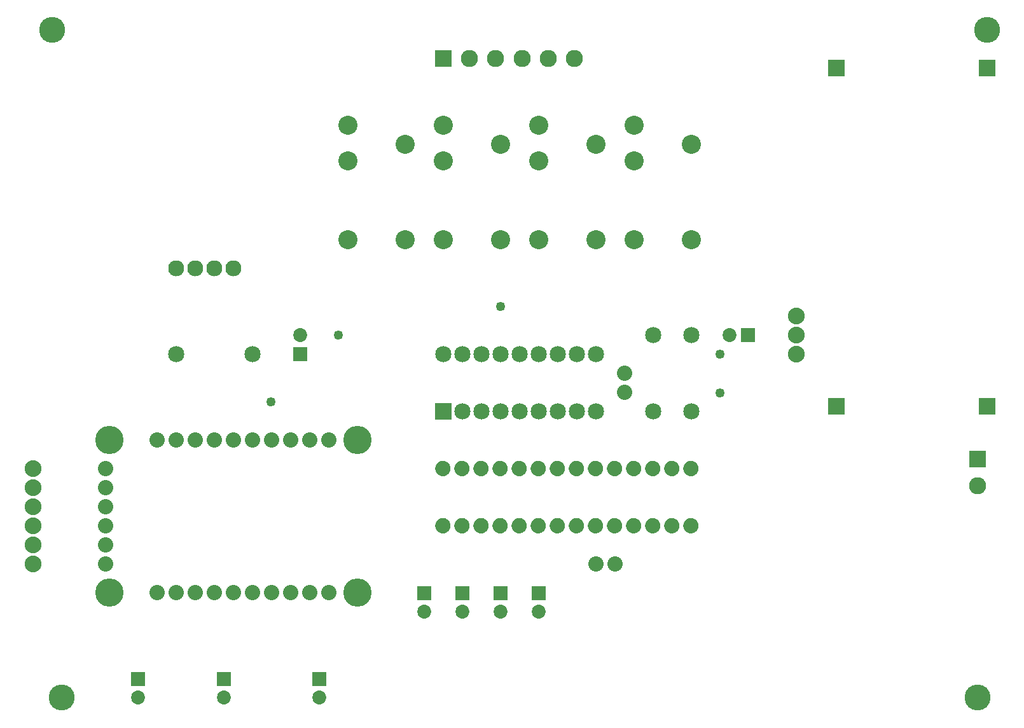
<source format=gbs>
G04 MADE WITH FRITZING*
G04 WWW.FRITZING.ORG*
G04 DOUBLE SIDED*
G04 HOLES PLATED*
G04 CONTOUR ON CENTER OF CONTOUR VECTOR*
%ASAXBY*%
%FSLAX23Y23*%
%MOIN*%
%OFA0B0*%
%SFA1.0B1.0*%
%ADD10C,0.072992*%
%ADD11C,0.049370*%
%ADD12C,0.148425*%
%ADD13C,0.080000*%
%ADD14C,0.085000*%
%ADD15C,0.090000*%
%ADD16C,0.088000*%
%ADD17C,0.135984*%
%ADD18C,0.100000*%
%ADD19C,0.083889*%
%ADD20R,0.072992X0.072992*%
%ADD21R,0.090000X0.090000*%
%ADD22R,0.085000X0.085000*%
%ADD23R,0.088000X0.088000*%
%ADD24R,0.001000X0.001000*%
%LNMASK0*%
G90*
G70*
G54D10*
X1472Y2024D03*
X1472Y2122D03*
G54D11*
X1320Y1773D03*
G54D12*
X472Y1572D03*
X1772Y1572D03*
G54D13*
X452Y1422D03*
X452Y1322D03*
X452Y1222D03*
X452Y1122D03*
X452Y1022D03*
X452Y922D03*
X1622Y1572D03*
X1522Y1572D03*
X1422Y1572D03*
X1322Y1572D03*
X1222Y1572D03*
X1122Y1572D03*
X1022Y1572D03*
X922Y1572D03*
X822Y1572D03*
G54D12*
X1772Y772D03*
G54D13*
X722Y1572D03*
G54D12*
X472Y772D03*
G54D13*
X722Y772D03*
X822Y772D03*
X922Y772D03*
X1022Y772D03*
X1122Y772D03*
X1222Y772D03*
X1322Y772D03*
X1422Y772D03*
X1522Y772D03*
X1622Y772D03*
G54D14*
X3322Y1722D03*
X3322Y2122D03*
G54D10*
X2322Y771D03*
X2322Y672D03*
X2522Y771D03*
X2522Y672D03*
X2122Y771D03*
X2122Y672D03*
X2722Y771D03*
X2722Y672D03*
G54D13*
X3022Y922D03*
X3122Y922D03*
G54D10*
X622Y321D03*
X622Y222D03*
X1072Y321D03*
X1072Y222D03*
X1572Y321D03*
X1572Y222D03*
G54D15*
X5022Y1472D03*
X5022Y1334D03*
G54D16*
X4072Y2222D03*
X4072Y2122D03*
X4072Y2022D03*
X72Y1422D03*
X72Y1322D03*
X72Y1222D03*
X72Y1122D03*
X72Y1022D03*
X72Y922D03*
G54D11*
X1672Y2122D03*
X2522Y2272D03*
G54D17*
X5022Y222D03*
X5072Y3722D03*
X222Y222D03*
X172Y3722D03*
G54D14*
X2222Y1722D03*
X2222Y2022D03*
X2322Y1722D03*
X2322Y2022D03*
X2422Y1722D03*
X2422Y2022D03*
X2522Y1722D03*
X2522Y2022D03*
X2622Y1722D03*
X2622Y2022D03*
X2722Y1722D03*
X2722Y2022D03*
X2822Y1722D03*
X2822Y2022D03*
X2922Y1722D03*
X2922Y2022D03*
X3022Y1722D03*
X3022Y2022D03*
G54D13*
X3172Y1922D03*
X3172Y1822D03*
G54D18*
X2022Y3122D03*
X1722Y2622D03*
X2022Y2622D03*
X1722Y3222D03*
X1722Y3037D03*
X2522Y3122D03*
X2222Y2622D03*
X2522Y2622D03*
X2222Y3222D03*
X2222Y3037D03*
X3022Y3122D03*
X2722Y2622D03*
X3022Y2622D03*
X2722Y3222D03*
X2722Y3037D03*
X3522Y3122D03*
X3222Y2622D03*
X3522Y2622D03*
X3222Y3222D03*
X3222Y3037D03*
G54D15*
X2222Y3572D03*
X2360Y3572D03*
X2498Y3572D03*
X2636Y3572D03*
X2773Y3572D03*
X2911Y3572D03*
G54D19*
X1122Y2472D03*
X1022Y2472D03*
X922Y2472D03*
X822Y2472D03*
G54D14*
X822Y2022D03*
X1222Y2022D03*
G54D10*
X3821Y2122D03*
X3722Y2122D03*
G54D14*
X3522Y1722D03*
X3522Y2122D03*
G54D16*
X5072Y3522D03*
X4285Y3523D03*
X5072Y1751D03*
X4285Y1751D03*
G54D11*
X3672Y2024D03*
X3672Y1821D03*
G54D20*
X1472Y2024D03*
X2322Y771D03*
X2522Y771D03*
X2122Y771D03*
X2722Y771D03*
X622Y321D03*
X1072Y321D03*
X1572Y321D03*
G54D21*
X5022Y1472D03*
G54D22*
X2222Y1722D03*
G54D21*
X2222Y3572D03*
G54D20*
X3821Y2122D03*
G54D21*
X4285Y3522D03*
G54D23*
X5072Y3522D03*
X5072Y1751D03*
X4285Y1751D03*
G54D24*
X2217Y1463D02*
X2226Y1463D01*
X2317Y1463D02*
X2326Y1463D01*
X2417Y1463D02*
X2426Y1463D01*
X2517Y1463D02*
X2526Y1463D01*
X2617Y1463D02*
X2626Y1463D01*
X2717Y1463D02*
X2726Y1463D01*
X2817Y1463D02*
X2826Y1463D01*
X2917Y1463D02*
X2926Y1463D01*
X3017Y1463D02*
X3026Y1463D01*
X3117Y1463D02*
X3126Y1463D01*
X3217Y1463D02*
X3226Y1463D01*
X3317Y1463D02*
X3326Y1463D01*
X3417Y1463D02*
X3426Y1463D01*
X3517Y1463D02*
X3526Y1463D01*
X2212Y1462D02*
X2231Y1462D01*
X2312Y1462D02*
X2331Y1462D01*
X2412Y1462D02*
X2431Y1462D01*
X2512Y1462D02*
X2531Y1462D01*
X2612Y1462D02*
X2631Y1462D01*
X2712Y1462D02*
X2731Y1462D01*
X2812Y1462D02*
X2831Y1462D01*
X2912Y1462D02*
X2931Y1462D01*
X3012Y1462D02*
X3031Y1462D01*
X3112Y1462D02*
X3131Y1462D01*
X3212Y1462D02*
X3231Y1462D01*
X3312Y1462D02*
X3331Y1462D01*
X3412Y1462D02*
X3431Y1462D01*
X3512Y1462D02*
X3531Y1462D01*
X2208Y1461D02*
X2234Y1461D01*
X2308Y1461D02*
X2334Y1461D01*
X2408Y1461D02*
X2434Y1461D01*
X2508Y1461D02*
X2534Y1461D01*
X2608Y1461D02*
X2634Y1461D01*
X2708Y1461D02*
X2734Y1461D01*
X2808Y1461D02*
X2834Y1461D01*
X2908Y1461D02*
X2934Y1461D01*
X3008Y1461D02*
X3034Y1461D01*
X3108Y1461D02*
X3134Y1461D01*
X3208Y1461D02*
X3234Y1461D01*
X3308Y1461D02*
X3334Y1461D01*
X3408Y1461D02*
X3434Y1461D01*
X3508Y1461D02*
X3534Y1461D01*
X2206Y1460D02*
X2237Y1460D01*
X2306Y1460D02*
X2337Y1460D01*
X2406Y1460D02*
X2437Y1460D01*
X2506Y1460D02*
X2537Y1460D01*
X2606Y1460D02*
X2637Y1460D01*
X2706Y1460D02*
X2737Y1460D01*
X2806Y1460D02*
X2837Y1460D01*
X2906Y1460D02*
X2937Y1460D01*
X3006Y1460D02*
X3037Y1460D01*
X3106Y1460D02*
X3137Y1460D01*
X3206Y1460D02*
X3237Y1460D01*
X3306Y1460D02*
X3337Y1460D01*
X3406Y1460D02*
X3437Y1460D01*
X3506Y1460D02*
X3537Y1460D01*
X2204Y1459D02*
X2239Y1459D01*
X2304Y1459D02*
X2339Y1459D01*
X2404Y1459D02*
X2439Y1459D01*
X2504Y1459D02*
X2539Y1459D01*
X2604Y1459D02*
X2639Y1459D01*
X2704Y1459D02*
X2739Y1459D01*
X2804Y1459D02*
X2839Y1459D01*
X2904Y1459D02*
X2939Y1459D01*
X3004Y1459D02*
X3039Y1459D01*
X3104Y1459D02*
X3139Y1459D01*
X3204Y1459D02*
X3239Y1459D01*
X3304Y1459D02*
X3339Y1459D01*
X3404Y1459D02*
X3439Y1459D01*
X3504Y1459D02*
X3539Y1459D01*
X2202Y1458D02*
X2241Y1458D01*
X2302Y1458D02*
X2341Y1458D01*
X2402Y1458D02*
X2441Y1458D01*
X2502Y1458D02*
X2541Y1458D01*
X2602Y1458D02*
X2641Y1458D01*
X2702Y1458D02*
X2741Y1458D01*
X2802Y1458D02*
X2841Y1458D01*
X2902Y1458D02*
X2941Y1458D01*
X3002Y1458D02*
X3041Y1458D01*
X3102Y1458D02*
X3141Y1458D01*
X3202Y1458D02*
X3241Y1458D01*
X3302Y1458D02*
X3341Y1458D01*
X3402Y1458D02*
X3441Y1458D01*
X3502Y1458D02*
X3541Y1458D01*
X2200Y1457D02*
X2243Y1457D01*
X2300Y1457D02*
X2342Y1457D01*
X2400Y1457D02*
X2442Y1457D01*
X2500Y1457D02*
X2542Y1457D01*
X2600Y1457D02*
X2642Y1457D01*
X2700Y1457D02*
X2742Y1457D01*
X2800Y1457D02*
X2842Y1457D01*
X2900Y1457D02*
X2942Y1457D01*
X3000Y1457D02*
X3042Y1457D01*
X3100Y1457D02*
X3142Y1457D01*
X3200Y1457D02*
X3242Y1457D01*
X3300Y1457D02*
X3342Y1457D01*
X3400Y1457D02*
X3442Y1457D01*
X3500Y1457D02*
X3542Y1457D01*
X2199Y1456D02*
X2244Y1456D01*
X2299Y1456D02*
X2344Y1456D01*
X2399Y1456D02*
X2444Y1456D01*
X2499Y1456D02*
X2544Y1456D01*
X2599Y1456D02*
X2644Y1456D01*
X2699Y1456D02*
X2744Y1456D01*
X2799Y1456D02*
X2844Y1456D01*
X2899Y1456D02*
X2944Y1456D01*
X2999Y1456D02*
X3044Y1456D01*
X3099Y1456D02*
X3144Y1456D01*
X3199Y1456D02*
X3244Y1456D01*
X3299Y1456D02*
X3344Y1456D01*
X3399Y1456D02*
X3444Y1456D01*
X3499Y1456D02*
X3544Y1456D01*
X2198Y1455D02*
X2245Y1455D01*
X2298Y1455D02*
X2345Y1455D01*
X2398Y1455D02*
X2445Y1455D01*
X2498Y1455D02*
X2545Y1455D01*
X2598Y1455D02*
X2645Y1455D01*
X2697Y1455D02*
X2745Y1455D01*
X2797Y1455D02*
X2845Y1455D01*
X2897Y1455D02*
X2945Y1455D01*
X2997Y1455D02*
X3045Y1455D01*
X3097Y1455D02*
X3145Y1455D01*
X3197Y1455D02*
X3245Y1455D01*
X3297Y1455D02*
X3345Y1455D01*
X3397Y1455D02*
X3445Y1455D01*
X3497Y1455D02*
X3545Y1455D01*
X2196Y1454D02*
X2247Y1454D01*
X2296Y1454D02*
X2347Y1454D01*
X2396Y1454D02*
X2447Y1454D01*
X2496Y1454D02*
X2547Y1454D01*
X2596Y1454D02*
X2647Y1454D01*
X2696Y1454D02*
X2747Y1454D01*
X2796Y1454D02*
X2847Y1454D01*
X2896Y1454D02*
X2947Y1454D01*
X2996Y1454D02*
X3047Y1454D01*
X3096Y1454D02*
X3147Y1454D01*
X3196Y1454D02*
X3247Y1454D01*
X3296Y1454D02*
X3347Y1454D01*
X3396Y1454D02*
X3446Y1454D01*
X3496Y1454D02*
X3546Y1454D01*
X2195Y1453D02*
X2248Y1453D01*
X2295Y1453D02*
X2348Y1453D01*
X2395Y1453D02*
X2448Y1453D01*
X2495Y1453D02*
X2548Y1453D01*
X2595Y1453D02*
X2648Y1453D01*
X2695Y1453D02*
X2748Y1453D01*
X2795Y1453D02*
X2848Y1453D01*
X2895Y1453D02*
X2948Y1453D01*
X2995Y1453D02*
X3048Y1453D01*
X3095Y1453D02*
X3148Y1453D01*
X3195Y1453D02*
X3248Y1453D01*
X3295Y1453D02*
X3348Y1453D01*
X3395Y1453D02*
X3448Y1453D01*
X3495Y1453D02*
X3548Y1453D01*
X2194Y1452D02*
X2249Y1452D01*
X2294Y1452D02*
X2349Y1452D01*
X2394Y1452D02*
X2449Y1452D01*
X2494Y1452D02*
X2549Y1452D01*
X2594Y1452D02*
X2649Y1452D01*
X2694Y1452D02*
X2749Y1452D01*
X2794Y1452D02*
X2849Y1452D01*
X2894Y1452D02*
X2949Y1452D01*
X2994Y1452D02*
X3049Y1452D01*
X3094Y1452D02*
X3149Y1452D01*
X3194Y1452D02*
X3249Y1452D01*
X3294Y1452D02*
X3349Y1452D01*
X3394Y1452D02*
X3449Y1452D01*
X3494Y1452D02*
X3549Y1452D01*
X2193Y1451D02*
X2250Y1451D01*
X2293Y1451D02*
X2350Y1451D01*
X2393Y1451D02*
X2450Y1451D01*
X2493Y1451D02*
X2550Y1451D01*
X2593Y1451D02*
X2650Y1451D01*
X2693Y1451D02*
X2750Y1451D01*
X2793Y1451D02*
X2850Y1451D01*
X2893Y1451D02*
X2950Y1451D01*
X2993Y1451D02*
X3050Y1451D01*
X3093Y1451D02*
X3150Y1451D01*
X3193Y1451D02*
X3250Y1451D01*
X3293Y1451D02*
X3350Y1451D01*
X3393Y1451D02*
X3450Y1451D01*
X3493Y1451D02*
X3550Y1451D01*
X2192Y1450D02*
X2251Y1450D01*
X2292Y1450D02*
X2351Y1450D01*
X2392Y1450D02*
X2451Y1450D01*
X2492Y1450D02*
X2551Y1450D01*
X2592Y1450D02*
X2651Y1450D01*
X2692Y1450D02*
X2751Y1450D01*
X2792Y1450D02*
X2851Y1450D01*
X2892Y1450D02*
X2951Y1450D01*
X2992Y1450D02*
X3051Y1450D01*
X3092Y1450D02*
X3151Y1450D01*
X3192Y1450D02*
X3251Y1450D01*
X3292Y1450D02*
X3351Y1450D01*
X3392Y1450D02*
X3451Y1450D01*
X3492Y1450D02*
X3551Y1450D01*
X2191Y1449D02*
X2252Y1449D01*
X2291Y1449D02*
X2352Y1449D01*
X2391Y1449D02*
X2452Y1449D01*
X2491Y1449D02*
X2552Y1449D01*
X2591Y1449D02*
X2652Y1449D01*
X2691Y1449D02*
X2752Y1449D01*
X2791Y1449D02*
X2852Y1449D01*
X2891Y1449D02*
X2952Y1449D01*
X2991Y1449D02*
X3052Y1449D01*
X3091Y1449D02*
X3152Y1449D01*
X3191Y1449D02*
X3252Y1449D01*
X3291Y1449D02*
X3351Y1449D01*
X3391Y1449D02*
X3451Y1449D01*
X3491Y1449D02*
X3551Y1449D01*
X2190Y1448D02*
X2252Y1448D01*
X2290Y1448D02*
X2352Y1448D01*
X2390Y1448D02*
X2452Y1448D01*
X2490Y1448D02*
X2552Y1448D01*
X2590Y1448D02*
X2652Y1448D01*
X2690Y1448D02*
X2752Y1448D01*
X2790Y1448D02*
X2852Y1448D01*
X2890Y1448D02*
X2952Y1448D01*
X2990Y1448D02*
X3052Y1448D01*
X3090Y1448D02*
X3152Y1448D01*
X3190Y1448D02*
X3252Y1448D01*
X3290Y1448D02*
X3352Y1448D01*
X3390Y1448D02*
X3452Y1448D01*
X3490Y1448D02*
X3552Y1448D01*
X2190Y1447D02*
X2253Y1447D01*
X2290Y1447D02*
X2353Y1447D01*
X2390Y1447D02*
X2453Y1447D01*
X2490Y1447D02*
X2553Y1447D01*
X2590Y1447D02*
X2653Y1447D01*
X2690Y1447D02*
X2753Y1447D01*
X2790Y1447D02*
X2853Y1447D01*
X2890Y1447D02*
X2953Y1447D01*
X2990Y1447D02*
X3053Y1447D01*
X3090Y1447D02*
X3153Y1447D01*
X3190Y1447D02*
X3253Y1447D01*
X3290Y1447D02*
X3353Y1447D01*
X3390Y1447D02*
X3453Y1447D01*
X3490Y1447D02*
X3553Y1447D01*
X2189Y1446D02*
X2254Y1446D01*
X2289Y1446D02*
X2354Y1446D01*
X2389Y1446D02*
X2454Y1446D01*
X2489Y1446D02*
X2554Y1446D01*
X2589Y1446D02*
X2654Y1446D01*
X2689Y1446D02*
X2754Y1446D01*
X2789Y1446D02*
X2854Y1446D01*
X2889Y1446D02*
X2954Y1446D01*
X2989Y1446D02*
X3054Y1446D01*
X3089Y1446D02*
X3154Y1446D01*
X3189Y1446D02*
X3254Y1446D01*
X3289Y1446D02*
X3354Y1446D01*
X3389Y1446D02*
X3454Y1446D01*
X3489Y1446D02*
X3554Y1446D01*
X2188Y1445D02*
X2255Y1445D01*
X2288Y1445D02*
X2354Y1445D01*
X2388Y1445D02*
X2454Y1445D01*
X2488Y1445D02*
X2554Y1445D01*
X2588Y1445D02*
X2654Y1445D01*
X2688Y1445D02*
X2754Y1445D01*
X2788Y1445D02*
X2854Y1445D01*
X2888Y1445D02*
X2954Y1445D01*
X2988Y1445D02*
X3054Y1445D01*
X3088Y1445D02*
X3154Y1445D01*
X3188Y1445D02*
X3254Y1445D01*
X3288Y1445D02*
X3354Y1445D01*
X3388Y1445D02*
X3454Y1445D01*
X3488Y1445D02*
X3554Y1445D01*
X2188Y1444D02*
X2255Y1444D01*
X2288Y1444D02*
X2355Y1444D01*
X2388Y1444D02*
X2455Y1444D01*
X2488Y1444D02*
X2555Y1444D01*
X2588Y1444D02*
X2655Y1444D01*
X2688Y1444D02*
X2755Y1444D01*
X2788Y1444D02*
X2855Y1444D01*
X2888Y1444D02*
X2955Y1444D01*
X2988Y1444D02*
X3055Y1444D01*
X3088Y1444D02*
X3155Y1444D01*
X3188Y1444D02*
X3255Y1444D01*
X3288Y1444D02*
X3355Y1444D01*
X3388Y1444D02*
X3455Y1444D01*
X3488Y1444D02*
X3555Y1444D01*
X2187Y1443D02*
X2256Y1443D01*
X2287Y1443D02*
X2356Y1443D01*
X2387Y1443D02*
X2456Y1443D01*
X2487Y1443D02*
X2556Y1443D01*
X2587Y1443D02*
X2656Y1443D01*
X2687Y1443D02*
X2756Y1443D01*
X2787Y1443D02*
X2856Y1443D01*
X2887Y1443D02*
X2956Y1443D01*
X2987Y1443D02*
X3056Y1443D01*
X3087Y1443D02*
X3156Y1443D01*
X3187Y1443D02*
X3256Y1443D01*
X3287Y1443D02*
X3356Y1443D01*
X3387Y1443D02*
X3456Y1443D01*
X3487Y1443D02*
X3556Y1443D01*
X2187Y1442D02*
X2256Y1442D01*
X2287Y1442D02*
X2356Y1442D01*
X2387Y1442D02*
X2456Y1442D01*
X2487Y1442D02*
X2556Y1442D01*
X2587Y1442D02*
X2656Y1442D01*
X2687Y1442D02*
X2756Y1442D01*
X2787Y1442D02*
X2856Y1442D01*
X2886Y1442D02*
X2956Y1442D01*
X2986Y1442D02*
X3056Y1442D01*
X3086Y1442D02*
X3156Y1442D01*
X3186Y1442D02*
X3256Y1442D01*
X3286Y1442D02*
X3356Y1442D01*
X3386Y1442D02*
X3456Y1442D01*
X3486Y1442D02*
X3556Y1442D01*
X2186Y1441D02*
X2257Y1441D01*
X2286Y1441D02*
X2357Y1441D01*
X2386Y1441D02*
X2457Y1441D01*
X2486Y1441D02*
X2557Y1441D01*
X2586Y1441D02*
X2657Y1441D01*
X2686Y1441D02*
X2757Y1441D01*
X2786Y1441D02*
X2857Y1441D01*
X2886Y1441D02*
X2957Y1441D01*
X2986Y1441D02*
X3057Y1441D01*
X3086Y1441D02*
X3157Y1441D01*
X3186Y1441D02*
X3257Y1441D01*
X3286Y1441D02*
X3357Y1441D01*
X3386Y1441D02*
X3457Y1441D01*
X3486Y1441D02*
X3557Y1441D01*
X2186Y1440D02*
X2257Y1440D01*
X2286Y1440D02*
X2357Y1440D01*
X2386Y1440D02*
X2457Y1440D01*
X2486Y1440D02*
X2557Y1440D01*
X2586Y1440D02*
X2657Y1440D01*
X2686Y1440D02*
X2757Y1440D01*
X2786Y1440D02*
X2857Y1440D01*
X2886Y1440D02*
X2957Y1440D01*
X2985Y1440D02*
X3057Y1440D01*
X3085Y1440D02*
X3157Y1440D01*
X3185Y1440D02*
X3257Y1440D01*
X3285Y1440D02*
X3357Y1440D01*
X3385Y1440D02*
X3457Y1440D01*
X3485Y1440D02*
X3557Y1440D01*
X2185Y1439D02*
X2258Y1439D01*
X2285Y1439D02*
X2358Y1439D01*
X2385Y1439D02*
X2458Y1439D01*
X2485Y1439D02*
X2558Y1439D01*
X2585Y1439D02*
X2658Y1439D01*
X2685Y1439D02*
X2758Y1439D01*
X2785Y1439D02*
X2858Y1439D01*
X2885Y1439D02*
X2958Y1439D01*
X2985Y1439D02*
X3058Y1439D01*
X3085Y1439D02*
X3158Y1439D01*
X3185Y1439D02*
X3258Y1439D01*
X3285Y1439D02*
X3358Y1439D01*
X3385Y1439D02*
X3458Y1439D01*
X3485Y1439D02*
X3558Y1439D01*
X2185Y1438D02*
X2258Y1438D01*
X2285Y1438D02*
X2358Y1438D01*
X2385Y1438D02*
X2458Y1438D01*
X2485Y1438D02*
X2558Y1438D01*
X2585Y1438D02*
X2658Y1438D01*
X2685Y1438D02*
X2758Y1438D01*
X2785Y1438D02*
X2858Y1438D01*
X2885Y1438D02*
X2958Y1438D01*
X2985Y1438D02*
X3058Y1438D01*
X3085Y1438D02*
X3158Y1438D01*
X3185Y1438D02*
X3258Y1438D01*
X3285Y1438D02*
X3358Y1438D01*
X3385Y1438D02*
X3458Y1438D01*
X3485Y1438D02*
X3558Y1438D01*
X2184Y1437D02*
X2259Y1437D01*
X2284Y1437D02*
X2358Y1437D01*
X2384Y1437D02*
X2458Y1437D01*
X2484Y1437D02*
X2558Y1437D01*
X2584Y1437D02*
X2658Y1437D01*
X2684Y1437D02*
X2758Y1437D01*
X2784Y1437D02*
X2858Y1437D01*
X2884Y1437D02*
X2958Y1437D01*
X2984Y1437D02*
X3058Y1437D01*
X3084Y1437D02*
X3158Y1437D01*
X3184Y1437D02*
X3258Y1437D01*
X3284Y1437D02*
X3358Y1437D01*
X3384Y1437D02*
X3458Y1437D01*
X3484Y1437D02*
X3558Y1437D01*
X2184Y1436D02*
X2259Y1436D01*
X2284Y1436D02*
X2359Y1436D01*
X2384Y1436D02*
X2459Y1436D01*
X2484Y1436D02*
X2559Y1436D01*
X2584Y1436D02*
X2659Y1436D01*
X2684Y1436D02*
X2759Y1436D01*
X2784Y1436D02*
X2859Y1436D01*
X2884Y1436D02*
X2959Y1436D01*
X2984Y1436D02*
X3059Y1436D01*
X3084Y1436D02*
X3159Y1436D01*
X3184Y1436D02*
X3259Y1436D01*
X3284Y1436D02*
X3359Y1436D01*
X3384Y1436D02*
X3459Y1436D01*
X3484Y1436D02*
X3559Y1436D01*
X2184Y1435D02*
X2259Y1435D01*
X2284Y1435D02*
X2359Y1435D01*
X2384Y1435D02*
X2459Y1435D01*
X2484Y1435D02*
X2559Y1435D01*
X2584Y1435D02*
X2659Y1435D01*
X2684Y1435D02*
X2759Y1435D01*
X2784Y1435D02*
X2859Y1435D01*
X2884Y1435D02*
X2959Y1435D01*
X2984Y1435D02*
X3059Y1435D01*
X3084Y1435D02*
X3159Y1435D01*
X3184Y1435D02*
X3259Y1435D01*
X3284Y1435D02*
X3359Y1435D01*
X3384Y1435D02*
X3459Y1435D01*
X3484Y1435D02*
X3559Y1435D01*
X2183Y1434D02*
X2259Y1434D01*
X2283Y1434D02*
X2359Y1434D01*
X2383Y1434D02*
X2459Y1434D01*
X2483Y1434D02*
X2559Y1434D01*
X2583Y1434D02*
X2659Y1434D01*
X2683Y1434D02*
X2759Y1434D01*
X2783Y1434D02*
X2859Y1434D01*
X2883Y1434D02*
X2959Y1434D01*
X2983Y1434D02*
X3059Y1434D01*
X3083Y1434D02*
X3159Y1434D01*
X3183Y1434D02*
X3259Y1434D01*
X3283Y1434D02*
X3359Y1434D01*
X3383Y1434D02*
X3459Y1434D01*
X3483Y1434D02*
X3559Y1434D01*
X2183Y1433D02*
X2260Y1433D01*
X2283Y1433D02*
X2360Y1433D01*
X2383Y1433D02*
X2460Y1433D01*
X2483Y1433D02*
X2560Y1433D01*
X2583Y1433D02*
X2660Y1433D01*
X2683Y1433D02*
X2760Y1433D01*
X2783Y1433D02*
X2860Y1433D01*
X2883Y1433D02*
X2960Y1433D01*
X2983Y1433D02*
X3060Y1433D01*
X3083Y1433D02*
X3160Y1433D01*
X3183Y1433D02*
X3260Y1433D01*
X3283Y1433D02*
X3360Y1433D01*
X3383Y1433D02*
X3460Y1433D01*
X3483Y1433D02*
X3560Y1433D01*
X2183Y1432D02*
X2260Y1432D01*
X2283Y1432D02*
X2360Y1432D01*
X2383Y1432D02*
X2460Y1432D01*
X2483Y1432D02*
X2560Y1432D01*
X2583Y1432D02*
X2660Y1432D01*
X2683Y1432D02*
X2760Y1432D01*
X2783Y1432D02*
X2860Y1432D01*
X2883Y1432D02*
X2960Y1432D01*
X2983Y1432D02*
X3060Y1432D01*
X3083Y1432D02*
X3160Y1432D01*
X3183Y1432D02*
X3260Y1432D01*
X3283Y1432D02*
X3360Y1432D01*
X3383Y1432D02*
X3460Y1432D01*
X3483Y1432D02*
X3560Y1432D01*
X2183Y1431D02*
X2260Y1431D01*
X2283Y1431D02*
X2360Y1431D01*
X2383Y1431D02*
X2460Y1431D01*
X2483Y1431D02*
X2560Y1431D01*
X2583Y1431D02*
X2660Y1431D01*
X2683Y1431D02*
X2760Y1431D01*
X2783Y1431D02*
X2860Y1431D01*
X2883Y1431D02*
X2960Y1431D01*
X2983Y1431D02*
X3060Y1431D01*
X3083Y1431D02*
X3160Y1431D01*
X3183Y1431D02*
X3260Y1431D01*
X3283Y1431D02*
X3360Y1431D01*
X3383Y1431D02*
X3460Y1431D01*
X3483Y1431D02*
X3560Y1431D01*
X2183Y1430D02*
X2260Y1430D01*
X2283Y1430D02*
X2360Y1430D01*
X2383Y1430D02*
X2460Y1430D01*
X2483Y1430D02*
X2560Y1430D01*
X2583Y1430D02*
X2660Y1430D01*
X2683Y1430D02*
X2760Y1430D01*
X2783Y1430D02*
X2860Y1430D01*
X2883Y1430D02*
X2960Y1430D01*
X2983Y1430D02*
X3060Y1430D01*
X3082Y1430D02*
X3160Y1430D01*
X3182Y1430D02*
X3260Y1430D01*
X3282Y1430D02*
X3360Y1430D01*
X3382Y1430D02*
X3460Y1430D01*
X3482Y1430D02*
X3560Y1430D01*
X2182Y1429D02*
X2260Y1429D01*
X2282Y1429D02*
X2360Y1429D01*
X2382Y1429D02*
X2460Y1429D01*
X2482Y1429D02*
X2560Y1429D01*
X2582Y1429D02*
X2660Y1429D01*
X2682Y1429D02*
X2760Y1429D01*
X2782Y1429D02*
X2860Y1429D01*
X2882Y1429D02*
X2960Y1429D01*
X2982Y1429D02*
X3060Y1429D01*
X3082Y1429D02*
X3160Y1429D01*
X3182Y1429D02*
X3260Y1429D01*
X3282Y1429D02*
X3360Y1429D01*
X3382Y1429D02*
X3460Y1429D01*
X3482Y1429D02*
X3560Y1429D01*
X2182Y1428D02*
X2261Y1428D01*
X2282Y1428D02*
X2361Y1428D01*
X2382Y1428D02*
X2461Y1428D01*
X2482Y1428D02*
X2561Y1428D01*
X2582Y1428D02*
X2661Y1428D01*
X2682Y1428D02*
X2761Y1428D01*
X2782Y1428D02*
X2861Y1428D01*
X2882Y1428D02*
X2961Y1428D01*
X2982Y1428D02*
X3061Y1428D01*
X3082Y1428D02*
X3160Y1428D01*
X3182Y1428D02*
X3260Y1428D01*
X3282Y1428D02*
X3360Y1428D01*
X3382Y1428D02*
X3460Y1428D01*
X3482Y1428D02*
X3560Y1428D01*
X2182Y1427D02*
X2261Y1427D01*
X2282Y1427D02*
X2361Y1427D01*
X2382Y1427D02*
X2461Y1427D01*
X2482Y1427D02*
X2561Y1427D01*
X2582Y1427D02*
X2661Y1427D01*
X2682Y1427D02*
X2761Y1427D01*
X2782Y1427D02*
X2861Y1427D01*
X2882Y1427D02*
X2961Y1427D01*
X2982Y1427D02*
X3061Y1427D01*
X3082Y1427D02*
X3161Y1427D01*
X3182Y1427D02*
X3261Y1427D01*
X3282Y1427D02*
X3361Y1427D01*
X3382Y1427D02*
X3461Y1427D01*
X3482Y1427D02*
X3561Y1427D01*
X2182Y1426D02*
X2261Y1426D01*
X2282Y1426D02*
X2361Y1426D01*
X2382Y1426D02*
X2461Y1426D01*
X2482Y1426D02*
X2561Y1426D01*
X2582Y1426D02*
X2661Y1426D01*
X2682Y1426D02*
X2761Y1426D01*
X2782Y1426D02*
X2861Y1426D01*
X2882Y1426D02*
X2961Y1426D01*
X2982Y1426D02*
X3061Y1426D01*
X3082Y1426D02*
X3161Y1426D01*
X3182Y1426D02*
X3261Y1426D01*
X3282Y1426D02*
X3361Y1426D01*
X3382Y1426D02*
X3461Y1426D01*
X3482Y1426D02*
X3561Y1426D01*
X2182Y1425D02*
X2261Y1425D01*
X2282Y1425D02*
X2361Y1425D01*
X2382Y1425D02*
X2461Y1425D01*
X2482Y1425D02*
X2561Y1425D01*
X2582Y1425D02*
X2661Y1425D01*
X2682Y1425D02*
X2761Y1425D01*
X2782Y1425D02*
X2861Y1425D01*
X2882Y1425D02*
X2961Y1425D01*
X2982Y1425D02*
X3061Y1425D01*
X3082Y1425D02*
X3161Y1425D01*
X3182Y1425D02*
X3261Y1425D01*
X3282Y1425D02*
X3361Y1425D01*
X3382Y1425D02*
X3461Y1425D01*
X3482Y1425D02*
X3561Y1425D01*
X2182Y1424D02*
X2261Y1424D01*
X2282Y1424D02*
X2361Y1424D01*
X2382Y1424D02*
X2461Y1424D01*
X2482Y1424D02*
X2561Y1424D01*
X2582Y1424D02*
X2661Y1424D01*
X2682Y1424D02*
X2761Y1424D01*
X2782Y1424D02*
X2861Y1424D01*
X2882Y1424D02*
X2961Y1424D01*
X2982Y1424D02*
X3061Y1424D01*
X3082Y1424D02*
X3161Y1424D01*
X3182Y1424D02*
X3261Y1424D01*
X3282Y1424D02*
X3361Y1424D01*
X3382Y1424D02*
X3461Y1424D01*
X3482Y1424D02*
X3561Y1424D01*
X2182Y1423D02*
X2261Y1423D01*
X2282Y1423D02*
X2361Y1423D01*
X2382Y1423D02*
X2461Y1423D01*
X2482Y1423D02*
X2561Y1423D01*
X2582Y1423D02*
X2661Y1423D01*
X2682Y1423D02*
X2761Y1423D01*
X2782Y1423D02*
X2861Y1423D01*
X2882Y1423D02*
X2961Y1423D01*
X2982Y1423D02*
X3061Y1423D01*
X3082Y1423D02*
X3161Y1423D01*
X3182Y1423D02*
X3261Y1423D01*
X3282Y1423D02*
X3361Y1423D01*
X3382Y1423D02*
X3461Y1423D01*
X3482Y1423D02*
X3561Y1423D01*
X2182Y1422D02*
X2261Y1422D01*
X2282Y1422D02*
X2361Y1422D01*
X2382Y1422D02*
X2461Y1422D01*
X2482Y1422D02*
X2561Y1422D01*
X2582Y1422D02*
X2661Y1422D01*
X2682Y1422D02*
X2761Y1422D01*
X2782Y1422D02*
X2861Y1422D01*
X2882Y1422D02*
X2961Y1422D01*
X2982Y1422D02*
X3061Y1422D01*
X3082Y1422D02*
X3161Y1422D01*
X3182Y1422D02*
X3261Y1422D01*
X3282Y1422D02*
X3361Y1422D01*
X3382Y1422D02*
X3461Y1422D01*
X3482Y1422D02*
X3561Y1422D01*
X2182Y1421D02*
X2261Y1421D01*
X2282Y1421D02*
X2361Y1421D01*
X2382Y1421D02*
X2461Y1421D01*
X2482Y1421D02*
X2561Y1421D01*
X2582Y1421D02*
X2661Y1421D01*
X2682Y1421D02*
X2761Y1421D01*
X2782Y1421D02*
X2861Y1421D01*
X2882Y1421D02*
X2961Y1421D01*
X2982Y1421D02*
X3061Y1421D01*
X3082Y1421D02*
X3161Y1421D01*
X3182Y1421D02*
X3261Y1421D01*
X3282Y1421D02*
X3361Y1421D01*
X3382Y1421D02*
X3461Y1421D01*
X3482Y1421D02*
X3561Y1421D01*
X2182Y1420D02*
X2261Y1420D01*
X2282Y1420D02*
X2361Y1420D01*
X2382Y1420D02*
X2461Y1420D01*
X2482Y1420D02*
X2561Y1420D01*
X2582Y1420D02*
X2661Y1420D01*
X2682Y1420D02*
X2761Y1420D01*
X2782Y1420D02*
X2861Y1420D01*
X2882Y1420D02*
X2961Y1420D01*
X2982Y1420D02*
X3061Y1420D01*
X3082Y1420D02*
X3161Y1420D01*
X3182Y1420D02*
X3261Y1420D01*
X3282Y1420D02*
X3361Y1420D01*
X3382Y1420D02*
X3461Y1420D01*
X3482Y1420D02*
X3561Y1420D01*
X2182Y1419D02*
X2261Y1419D01*
X2282Y1419D02*
X2361Y1419D01*
X2382Y1419D02*
X2461Y1419D01*
X2482Y1419D02*
X2561Y1419D01*
X2582Y1419D02*
X2661Y1419D01*
X2682Y1419D02*
X2761Y1419D01*
X2782Y1419D02*
X2861Y1419D01*
X2882Y1419D02*
X2961Y1419D01*
X2982Y1419D02*
X3061Y1419D01*
X3082Y1419D02*
X3161Y1419D01*
X3182Y1419D02*
X3261Y1419D01*
X3282Y1419D02*
X3361Y1419D01*
X3382Y1419D02*
X3460Y1419D01*
X3482Y1419D02*
X3560Y1419D01*
X2182Y1418D02*
X2260Y1418D01*
X2282Y1418D02*
X2360Y1418D01*
X2382Y1418D02*
X2460Y1418D01*
X2482Y1418D02*
X2560Y1418D01*
X2582Y1418D02*
X2660Y1418D01*
X2682Y1418D02*
X2760Y1418D01*
X2782Y1418D02*
X2860Y1418D01*
X2882Y1418D02*
X2960Y1418D01*
X2982Y1418D02*
X3060Y1418D01*
X3082Y1418D02*
X3160Y1418D01*
X3182Y1418D02*
X3260Y1418D01*
X3282Y1418D02*
X3360Y1418D01*
X3382Y1418D02*
X3460Y1418D01*
X3482Y1418D02*
X3560Y1418D01*
X2183Y1417D02*
X2260Y1417D01*
X2283Y1417D02*
X2360Y1417D01*
X2383Y1417D02*
X2460Y1417D01*
X2483Y1417D02*
X2560Y1417D01*
X2583Y1417D02*
X2660Y1417D01*
X2683Y1417D02*
X2760Y1417D01*
X2782Y1417D02*
X2860Y1417D01*
X2882Y1417D02*
X2960Y1417D01*
X2982Y1417D02*
X3060Y1417D01*
X3082Y1417D02*
X3160Y1417D01*
X3182Y1417D02*
X3260Y1417D01*
X3282Y1417D02*
X3360Y1417D01*
X3382Y1417D02*
X3460Y1417D01*
X3482Y1417D02*
X3560Y1417D01*
X2183Y1416D02*
X2260Y1416D01*
X2283Y1416D02*
X2360Y1416D01*
X2383Y1416D02*
X2460Y1416D01*
X2483Y1416D02*
X2560Y1416D01*
X2583Y1416D02*
X2660Y1416D01*
X2683Y1416D02*
X2760Y1416D01*
X2783Y1416D02*
X2860Y1416D01*
X2883Y1416D02*
X2960Y1416D01*
X2983Y1416D02*
X3060Y1416D01*
X3083Y1416D02*
X3160Y1416D01*
X3183Y1416D02*
X3260Y1416D01*
X3283Y1416D02*
X3360Y1416D01*
X3383Y1416D02*
X3460Y1416D01*
X3483Y1416D02*
X3560Y1416D01*
X2183Y1415D02*
X2260Y1415D01*
X2283Y1415D02*
X2360Y1415D01*
X2383Y1415D02*
X2460Y1415D01*
X2483Y1415D02*
X2560Y1415D01*
X2583Y1415D02*
X2660Y1415D01*
X2683Y1415D02*
X2760Y1415D01*
X2783Y1415D02*
X2860Y1415D01*
X2883Y1415D02*
X2960Y1415D01*
X2983Y1415D02*
X3060Y1415D01*
X3083Y1415D02*
X3160Y1415D01*
X3183Y1415D02*
X3260Y1415D01*
X3283Y1415D02*
X3360Y1415D01*
X3383Y1415D02*
X3460Y1415D01*
X3483Y1415D02*
X3560Y1415D01*
X2183Y1414D02*
X2260Y1414D01*
X2283Y1414D02*
X2360Y1414D01*
X2383Y1414D02*
X2460Y1414D01*
X2483Y1414D02*
X2560Y1414D01*
X2583Y1414D02*
X2660Y1414D01*
X2683Y1414D02*
X2760Y1414D01*
X2783Y1414D02*
X2860Y1414D01*
X2883Y1414D02*
X2960Y1414D01*
X2983Y1414D02*
X3060Y1414D01*
X3083Y1414D02*
X3160Y1414D01*
X3183Y1414D02*
X3260Y1414D01*
X3283Y1414D02*
X3360Y1414D01*
X3383Y1414D02*
X3460Y1414D01*
X3483Y1414D02*
X3560Y1414D01*
X2183Y1413D02*
X2259Y1413D01*
X2283Y1413D02*
X2359Y1413D01*
X2383Y1413D02*
X2459Y1413D01*
X2483Y1413D02*
X2559Y1413D01*
X2583Y1413D02*
X2659Y1413D01*
X2683Y1413D02*
X2759Y1413D01*
X2783Y1413D02*
X2859Y1413D01*
X2883Y1413D02*
X2959Y1413D01*
X2983Y1413D02*
X3059Y1413D01*
X3083Y1413D02*
X3159Y1413D01*
X3183Y1413D02*
X3259Y1413D01*
X3283Y1413D02*
X3359Y1413D01*
X3383Y1413D02*
X3459Y1413D01*
X3483Y1413D02*
X3559Y1413D01*
X2184Y1412D02*
X2259Y1412D01*
X2284Y1412D02*
X2359Y1412D01*
X2384Y1412D02*
X2459Y1412D01*
X2484Y1412D02*
X2559Y1412D01*
X2584Y1412D02*
X2659Y1412D01*
X2684Y1412D02*
X2759Y1412D01*
X2784Y1412D02*
X2859Y1412D01*
X2884Y1412D02*
X2959Y1412D01*
X2984Y1412D02*
X3059Y1412D01*
X3084Y1412D02*
X3159Y1412D01*
X3184Y1412D02*
X3259Y1412D01*
X3284Y1412D02*
X3359Y1412D01*
X3384Y1412D02*
X3459Y1412D01*
X3484Y1412D02*
X3559Y1412D01*
X2184Y1411D02*
X2259Y1411D01*
X2284Y1411D02*
X2359Y1411D01*
X2384Y1411D02*
X2459Y1411D01*
X2484Y1411D02*
X2559Y1411D01*
X2584Y1411D02*
X2659Y1411D01*
X2684Y1411D02*
X2759Y1411D01*
X2784Y1411D02*
X2859Y1411D01*
X2884Y1411D02*
X2959Y1411D01*
X2984Y1411D02*
X3059Y1411D01*
X3084Y1411D02*
X3159Y1411D01*
X3184Y1411D02*
X3259Y1411D01*
X3284Y1411D02*
X3359Y1411D01*
X3384Y1411D02*
X3459Y1411D01*
X3484Y1411D02*
X3559Y1411D01*
X2184Y1410D02*
X2259Y1410D01*
X2284Y1410D02*
X2359Y1410D01*
X2384Y1410D02*
X2459Y1410D01*
X2484Y1410D02*
X2559Y1410D01*
X2584Y1410D02*
X2659Y1410D01*
X2684Y1410D02*
X2759Y1410D01*
X2784Y1410D02*
X2858Y1410D01*
X2884Y1410D02*
X2958Y1410D01*
X2984Y1410D02*
X3058Y1410D01*
X3084Y1410D02*
X3158Y1410D01*
X3184Y1410D02*
X3258Y1410D01*
X3284Y1410D02*
X3358Y1410D01*
X3384Y1410D02*
X3458Y1410D01*
X3484Y1410D02*
X3558Y1410D01*
X2185Y1409D02*
X2258Y1409D01*
X2285Y1409D02*
X2358Y1409D01*
X2385Y1409D02*
X2458Y1409D01*
X2485Y1409D02*
X2558Y1409D01*
X2585Y1409D02*
X2658Y1409D01*
X2685Y1409D02*
X2758Y1409D01*
X2785Y1409D02*
X2858Y1409D01*
X2885Y1409D02*
X2958Y1409D01*
X2985Y1409D02*
X3058Y1409D01*
X3085Y1409D02*
X3158Y1409D01*
X3185Y1409D02*
X3258Y1409D01*
X3285Y1409D02*
X3358Y1409D01*
X3385Y1409D02*
X3458Y1409D01*
X3485Y1409D02*
X3558Y1409D01*
X2185Y1408D02*
X2258Y1408D01*
X2285Y1408D02*
X2358Y1408D01*
X2385Y1408D02*
X2458Y1408D01*
X2485Y1408D02*
X2558Y1408D01*
X2585Y1408D02*
X2658Y1408D01*
X2685Y1408D02*
X2758Y1408D01*
X2785Y1408D02*
X2858Y1408D01*
X2885Y1408D02*
X2958Y1408D01*
X2985Y1408D02*
X3058Y1408D01*
X3085Y1408D02*
X3158Y1408D01*
X3185Y1408D02*
X3258Y1408D01*
X3285Y1408D02*
X3358Y1408D01*
X3385Y1408D02*
X3458Y1408D01*
X3485Y1408D02*
X3558Y1408D01*
X2186Y1407D02*
X2257Y1407D01*
X2286Y1407D02*
X2357Y1407D01*
X2385Y1407D02*
X2457Y1407D01*
X2485Y1407D02*
X2557Y1407D01*
X2585Y1407D02*
X2657Y1407D01*
X2685Y1407D02*
X2757Y1407D01*
X2785Y1407D02*
X2857Y1407D01*
X2885Y1407D02*
X2957Y1407D01*
X2985Y1407D02*
X3057Y1407D01*
X3085Y1407D02*
X3157Y1407D01*
X3185Y1407D02*
X3257Y1407D01*
X3285Y1407D02*
X3357Y1407D01*
X3385Y1407D02*
X3457Y1407D01*
X3485Y1407D02*
X3557Y1407D01*
X2186Y1406D02*
X2257Y1406D01*
X2286Y1406D02*
X2357Y1406D01*
X2386Y1406D02*
X2457Y1406D01*
X2486Y1406D02*
X2557Y1406D01*
X2586Y1406D02*
X2657Y1406D01*
X2686Y1406D02*
X2757Y1406D01*
X2786Y1406D02*
X2857Y1406D01*
X2886Y1406D02*
X2957Y1406D01*
X2986Y1406D02*
X3057Y1406D01*
X3086Y1406D02*
X3157Y1406D01*
X3186Y1406D02*
X3257Y1406D01*
X3286Y1406D02*
X3357Y1406D01*
X3386Y1406D02*
X3457Y1406D01*
X3486Y1406D02*
X3557Y1406D01*
X2186Y1405D02*
X2256Y1405D01*
X2286Y1405D02*
X2356Y1405D01*
X2386Y1405D02*
X2456Y1405D01*
X2486Y1405D02*
X2556Y1405D01*
X2586Y1405D02*
X2656Y1405D01*
X2686Y1405D02*
X2756Y1405D01*
X2786Y1405D02*
X2856Y1405D01*
X2886Y1405D02*
X2956Y1405D01*
X2986Y1405D02*
X3056Y1405D01*
X3086Y1405D02*
X3156Y1405D01*
X3186Y1405D02*
X3256Y1405D01*
X3286Y1405D02*
X3356Y1405D01*
X3386Y1405D02*
X3456Y1405D01*
X3486Y1405D02*
X3556Y1405D01*
X2187Y1404D02*
X2256Y1404D01*
X2287Y1404D02*
X2356Y1404D01*
X2387Y1404D02*
X2456Y1404D01*
X2487Y1404D02*
X2556Y1404D01*
X2587Y1404D02*
X2656Y1404D01*
X2687Y1404D02*
X2756Y1404D01*
X2787Y1404D02*
X2856Y1404D01*
X2887Y1404D02*
X2956Y1404D01*
X2987Y1404D02*
X3056Y1404D01*
X3087Y1404D02*
X3156Y1404D01*
X3187Y1404D02*
X3256Y1404D01*
X3287Y1404D02*
X3356Y1404D01*
X3387Y1404D02*
X3456Y1404D01*
X3487Y1404D02*
X3556Y1404D01*
X2188Y1403D02*
X2255Y1403D01*
X2288Y1403D02*
X2355Y1403D01*
X2388Y1403D02*
X2455Y1403D01*
X2488Y1403D02*
X2555Y1403D01*
X2588Y1403D02*
X2655Y1403D01*
X2688Y1403D02*
X2755Y1403D01*
X2788Y1403D02*
X2855Y1403D01*
X2888Y1403D02*
X2955Y1403D01*
X2988Y1403D02*
X3055Y1403D01*
X3088Y1403D02*
X3155Y1403D01*
X3188Y1403D02*
X3255Y1403D01*
X3288Y1403D02*
X3355Y1403D01*
X3388Y1403D02*
X3455Y1403D01*
X3488Y1403D02*
X3555Y1403D01*
X2188Y1402D02*
X2255Y1402D01*
X2288Y1402D02*
X2355Y1402D01*
X2388Y1402D02*
X2455Y1402D01*
X2488Y1402D02*
X2555Y1402D01*
X2588Y1402D02*
X2655Y1402D01*
X2688Y1402D02*
X2755Y1402D01*
X2788Y1402D02*
X2855Y1402D01*
X2888Y1402D02*
X2955Y1402D01*
X2988Y1402D02*
X3055Y1402D01*
X3088Y1402D02*
X3155Y1402D01*
X3188Y1402D02*
X3254Y1402D01*
X3288Y1402D02*
X3354Y1402D01*
X3388Y1402D02*
X3454Y1402D01*
X3488Y1402D02*
X3554Y1402D01*
X2189Y1401D02*
X2254Y1401D01*
X2289Y1401D02*
X2354Y1401D01*
X2389Y1401D02*
X2454Y1401D01*
X2489Y1401D02*
X2554Y1401D01*
X2589Y1401D02*
X2654Y1401D01*
X2689Y1401D02*
X2754Y1401D01*
X2789Y1401D02*
X2854Y1401D01*
X2889Y1401D02*
X2954Y1401D01*
X2989Y1401D02*
X3054Y1401D01*
X3089Y1401D02*
X3154Y1401D01*
X3189Y1401D02*
X3254Y1401D01*
X3289Y1401D02*
X3354Y1401D01*
X3389Y1401D02*
X3454Y1401D01*
X3489Y1401D02*
X3554Y1401D01*
X2190Y1400D02*
X2253Y1400D01*
X2290Y1400D02*
X2353Y1400D01*
X2390Y1400D02*
X2453Y1400D01*
X2490Y1400D02*
X2553Y1400D01*
X2590Y1400D02*
X2653Y1400D01*
X2690Y1400D02*
X2753Y1400D01*
X2790Y1400D02*
X2853Y1400D01*
X2890Y1400D02*
X2953Y1400D01*
X2990Y1400D02*
X3053Y1400D01*
X3090Y1400D02*
X3153Y1400D01*
X3190Y1400D02*
X3253Y1400D01*
X3290Y1400D02*
X3353Y1400D01*
X3389Y1400D02*
X3453Y1400D01*
X3489Y1400D02*
X3553Y1400D01*
X2190Y1399D02*
X2253Y1399D01*
X2290Y1399D02*
X2352Y1399D01*
X2390Y1399D02*
X2452Y1399D01*
X2490Y1399D02*
X2552Y1399D01*
X2590Y1399D02*
X2652Y1399D01*
X2690Y1399D02*
X2752Y1399D01*
X2790Y1399D02*
X2852Y1399D01*
X2890Y1399D02*
X2952Y1399D01*
X2990Y1399D02*
X3052Y1399D01*
X3090Y1399D02*
X3152Y1399D01*
X3190Y1399D02*
X3252Y1399D01*
X3290Y1399D02*
X3352Y1399D01*
X3390Y1399D02*
X3452Y1399D01*
X3490Y1399D02*
X3552Y1399D01*
X2191Y1398D02*
X2252Y1398D01*
X2291Y1398D02*
X2352Y1398D01*
X2391Y1398D02*
X2452Y1398D01*
X2491Y1398D02*
X2552Y1398D01*
X2591Y1398D02*
X2652Y1398D01*
X2691Y1398D02*
X2752Y1398D01*
X2791Y1398D02*
X2852Y1398D01*
X2891Y1398D02*
X2952Y1398D01*
X2991Y1398D02*
X3052Y1398D01*
X3091Y1398D02*
X3152Y1398D01*
X3191Y1398D02*
X3252Y1398D01*
X3291Y1398D02*
X3352Y1398D01*
X3391Y1398D02*
X3452Y1398D01*
X3491Y1398D02*
X3552Y1398D01*
X2192Y1397D02*
X2251Y1397D01*
X2292Y1397D02*
X2351Y1397D01*
X2392Y1397D02*
X2451Y1397D01*
X2492Y1397D02*
X2551Y1397D01*
X2592Y1397D02*
X2651Y1397D01*
X2692Y1397D02*
X2751Y1397D01*
X2792Y1397D02*
X2851Y1397D01*
X2892Y1397D02*
X2951Y1397D01*
X2992Y1397D02*
X3051Y1397D01*
X3092Y1397D02*
X3151Y1397D01*
X3192Y1397D02*
X3251Y1397D01*
X3292Y1397D02*
X3351Y1397D01*
X3392Y1397D02*
X3451Y1397D01*
X3492Y1397D02*
X3551Y1397D01*
X2193Y1396D02*
X2250Y1396D01*
X2293Y1396D02*
X2350Y1396D01*
X2393Y1396D02*
X2450Y1396D01*
X2493Y1396D02*
X2550Y1396D01*
X2593Y1396D02*
X2650Y1396D01*
X2693Y1396D02*
X2750Y1396D01*
X2793Y1396D02*
X2850Y1396D01*
X2893Y1396D02*
X2950Y1396D01*
X2993Y1396D02*
X3050Y1396D01*
X3093Y1396D02*
X3150Y1396D01*
X3193Y1396D02*
X3250Y1396D01*
X3293Y1396D02*
X3350Y1396D01*
X3393Y1396D02*
X3450Y1396D01*
X3493Y1396D02*
X3550Y1396D01*
X2194Y1395D02*
X2249Y1395D01*
X2294Y1395D02*
X2349Y1395D01*
X2394Y1395D02*
X2449Y1395D01*
X2494Y1395D02*
X2549Y1395D01*
X2594Y1395D02*
X2649Y1395D01*
X2694Y1395D02*
X2749Y1395D01*
X2794Y1395D02*
X2849Y1395D01*
X2894Y1395D02*
X2949Y1395D01*
X2994Y1395D02*
X3049Y1395D01*
X3094Y1395D02*
X3149Y1395D01*
X3194Y1395D02*
X3249Y1395D01*
X3294Y1395D02*
X3349Y1395D01*
X3394Y1395D02*
X3449Y1395D01*
X3494Y1395D02*
X3549Y1395D01*
X2195Y1394D02*
X2248Y1394D01*
X2295Y1394D02*
X2348Y1394D01*
X2395Y1394D02*
X2448Y1394D01*
X2495Y1394D02*
X2548Y1394D01*
X2595Y1394D02*
X2648Y1394D01*
X2695Y1394D02*
X2748Y1394D01*
X2795Y1394D02*
X2848Y1394D01*
X2895Y1394D02*
X2948Y1394D01*
X2995Y1394D02*
X3048Y1394D01*
X3095Y1394D02*
X3148Y1394D01*
X3195Y1394D02*
X3248Y1394D01*
X3295Y1394D02*
X3348Y1394D01*
X3395Y1394D02*
X3448Y1394D01*
X3495Y1394D02*
X3548Y1394D01*
X2196Y1393D02*
X2247Y1393D01*
X2296Y1393D02*
X2347Y1393D01*
X2396Y1393D02*
X2447Y1393D01*
X2496Y1393D02*
X2547Y1393D01*
X2596Y1393D02*
X2647Y1393D01*
X2696Y1393D02*
X2747Y1393D01*
X2796Y1393D02*
X2847Y1393D01*
X2896Y1393D02*
X2947Y1393D01*
X2996Y1393D02*
X3047Y1393D01*
X3096Y1393D02*
X3147Y1393D01*
X3196Y1393D02*
X3247Y1393D01*
X3296Y1393D02*
X3347Y1393D01*
X3396Y1393D02*
X3447Y1393D01*
X3496Y1393D02*
X3547Y1393D01*
X2197Y1392D02*
X2246Y1392D01*
X2297Y1392D02*
X2346Y1392D01*
X2397Y1392D02*
X2446Y1392D01*
X2497Y1392D02*
X2546Y1392D01*
X2597Y1392D02*
X2645Y1392D01*
X2697Y1392D02*
X2745Y1392D01*
X2797Y1392D02*
X2845Y1392D01*
X2897Y1392D02*
X2945Y1392D01*
X2997Y1392D02*
X3045Y1392D01*
X3097Y1392D02*
X3145Y1392D01*
X3197Y1392D02*
X3245Y1392D01*
X3297Y1392D02*
X3345Y1392D01*
X3397Y1392D02*
X3445Y1392D01*
X3497Y1392D02*
X3545Y1392D01*
X2199Y1391D02*
X2244Y1391D01*
X2299Y1391D02*
X2344Y1391D01*
X2399Y1391D02*
X2444Y1391D01*
X2499Y1391D02*
X2544Y1391D01*
X2599Y1391D02*
X2644Y1391D01*
X2699Y1391D02*
X2744Y1391D01*
X2799Y1391D02*
X2844Y1391D01*
X2899Y1391D02*
X2944Y1391D01*
X2999Y1391D02*
X3044Y1391D01*
X3099Y1391D02*
X3144Y1391D01*
X3199Y1391D02*
X3244Y1391D01*
X3299Y1391D02*
X3344Y1391D01*
X3399Y1391D02*
X3444Y1391D01*
X3499Y1391D02*
X3544Y1391D01*
X2200Y1390D02*
X2243Y1390D01*
X2300Y1390D02*
X2343Y1390D01*
X2400Y1390D02*
X2443Y1390D01*
X2500Y1390D02*
X2543Y1390D01*
X2600Y1390D02*
X2643Y1390D01*
X2700Y1390D02*
X2743Y1390D01*
X2800Y1390D02*
X2843Y1390D01*
X2900Y1390D02*
X2943Y1390D01*
X3000Y1390D02*
X3043Y1390D01*
X3100Y1390D02*
X3143Y1390D01*
X3200Y1390D02*
X3243Y1390D01*
X3300Y1390D02*
X3343Y1390D01*
X3400Y1390D02*
X3443Y1390D01*
X3500Y1390D02*
X3543Y1390D01*
X2202Y1389D02*
X2241Y1389D01*
X2302Y1389D02*
X2341Y1389D01*
X2402Y1389D02*
X2441Y1389D01*
X2502Y1389D02*
X2541Y1389D01*
X2602Y1389D02*
X2641Y1389D01*
X2702Y1389D02*
X2741Y1389D01*
X2802Y1389D02*
X2841Y1389D01*
X2902Y1389D02*
X2941Y1389D01*
X3002Y1389D02*
X3041Y1389D01*
X3102Y1389D02*
X3141Y1389D01*
X3202Y1389D02*
X3241Y1389D01*
X3302Y1389D02*
X3341Y1389D01*
X3402Y1389D02*
X3441Y1389D01*
X3502Y1389D02*
X3541Y1389D01*
X2203Y1388D02*
X2239Y1388D01*
X2303Y1388D02*
X2339Y1388D01*
X2403Y1388D02*
X2439Y1388D01*
X2503Y1388D02*
X2539Y1388D01*
X2603Y1388D02*
X2639Y1388D01*
X2703Y1388D02*
X2739Y1388D01*
X2803Y1388D02*
X2839Y1388D01*
X2903Y1388D02*
X2939Y1388D01*
X3003Y1388D02*
X3039Y1388D01*
X3103Y1388D02*
X3139Y1388D01*
X3203Y1388D02*
X3239Y1388D01*
X3303Y1388D02*
X3339Y1388D01*
X3403Y1388D02*
X3439Y1388D01*
X3503Y1388D02*
X3539Y1388D01*
X2206Y1387D02*
X2237Y1387D01*
X2306Y1387D02*
X2337Y1387D01*
X2405Y1387D02*
X2437Y1387D01*
X2505Y1387D02*
X2537Y1387D01*
X2605Y1387D02*
X2637Y1387D01*
X2705Y1387D02*
X2737Y1387D01*
X2805Y1387D02*
X2837Y1387D01*
X2905Y1387D02*
X2937Y1387D01*
X3005Y1387D02*
X3037Y1387D01*
X3105Y1387D02*
X3137Y1387D01*
X3205Y1387D02*
X3237Y1387D01*
X3305Y1387D02*
X3337Y1387D01*
X3405Y1387D02*
X3437Y1387D01*
X3505Y1387D02*
X3537Y1387D01*
X2208Y1386D02*
X2235Y1386D01*
X2308Y1386D02*
X2335Y1386D01*
X2408Y1386D02*
X2435Y1386D01*
X2508Y1386D02*
X2535Y1386D01*
X2608Y1386D02*
X2635Y1386D01*
X2708Y1386D02*
X2735Y1386D01*
X2808Y1386D02*
X2835Y1386D01*
X2908Y1386D02*
X2935Y1386D01*
X3008Y1386D02*
X3035Y1386D01*
X3108Y1386D02*
X3135Y1386D01*
X3208Y1386D02*
X3235Y1386D01*
X3308Y1386D02*
X3335Y1386D01*
X3408Y1386D02*
X3435Y1386D01*
X3508Y1386D02*
X3535Y1386D01*
X2211Y1385D02*
X2232Y1385D01*
X2311Y1385D02*
X2332Y1385D01*
X2411Y1385D02*
X2432Y1385D01*
X2511Y1385D02*
X2532Y1385D01*
X2611Y1385D02*
X2632Y1385D01*
X2711Y1385D02*
X2732Y1385D01*
X2811Y1385D02*
X2832Y1385D01*
X2911Y1385D02*
X2932Y1385D01*
X3011Y1385D02*
X3032Y1385D01*
X3111Y1385D02*
X3132Y1385D01*
X3211Y1385D02*
X3232Y1385D01*
X3311Y1385D02*
X3332Y1385D01*
X3411Y1385D02*
X3432Y1385D01*
X3511Y1385D02*
X3532Y1385D01*
X2216Y1384D02*
X2227Y1384D01*
X2316Y1384D02*
X2327Y1384D01*
X2416Y1384D02*
X2427Y1384D01*
X2516Y1384D02*
X2527Y1384D01*
X2616Y1384D02*
X2627Y1384D01*
X2716Y1384D02*
X2727Y1384D01*
X2816Y1384D02*
X2827Y1384D01*
X2916Y1384D02*
X2927Y1384D01*
X3016Y1384D02*
X3027Y1384D01*
X3116Y1384D02*
X3127Y1384D01*
X3216Y1384D02*
X3227Y1384D01*
X3316Y1384D02*
X3327Y1384D01*
X3416Y1384D02*
X3427Y1384D01*
X3516Y1384D02*
X3527Y1384D01*
X2217Y1163D02*
X2226Y1163D01*
X2317Y1163D02*
X2326Y1163D01*
X2417Y1163D02*
X2426Y1163D01*
X2517Y1163D02*
X2526Y1163D01*
X2617Y1163D02*
X2626Y1163D01*
X2717Y1163D02*
X2726Y1163D01*
X2817Y1163D02*
X2826Y1163D01*
X2917Y1163D02*
X2926Y1163D01*
X3017Y1163D02*
X3026Y1163D01*
X3116Y1163D02*
X3126Y1163D01*
X3216Y1163D02*
X3226Y1163D01*
X3316Y1163D02*
X3326Y1163D01*
X3416Y1163D02*
X3426Y1163D01*
X3516Y1163D02*
X3526Y1163D01*
X2212Y1162D02*
X2231Y1162D01*
X2312Y1162D02*
X2331Y1162D01*
X2412Y1162D02*
X2431Y1162D01*
X2512Y1162D02*
X2531Y1162D01*
X2612Y1162D02*
X2631Y1162D01*
X2712Y1162D02*
X2731Y1162D01*
X2812Y1162D02*
X2831Y1162D01*
X2912Y1162D02*
X2931Y1162D01*
X3012Y1162D02*
X3031Y1162D01*
X3111Y1162D02*
X3131Y1162D01*
X3211Y1162D02*
X3231Y1162D01*
X3311Y1162D02*
X3331Y1162D01*
X3411Y1162D02*
X3431Y1162D01*
X3511Y1162D02*
X3531Y1162D01*
X2208Y1161D02*
X2235Y1161D01*
X2308Y1161D02*
X2335Y1161D01*
X2408Y1161D02*
X2435Y1161D01*
X2508Y1161D02*
X2535Y1161D01*
X2608Y1161D02*
X2635Y1161D01*
X2708Y1161D02*
X2735Y1161D01*
X2808Y1161D02*
X2835Y1161D01*
X2908Y1161D02*
X2935Y1161D01*
X3008Y1161D02*
X3035Y1161D01*
X3108Y1161D02*
X3134Y1161D01*
X3208Y1161D02*
X3234Y1161D01*
X3308Y1161D02*
X3334Y1161D01*
X3408Y1161D02*
X3434Y1161D01*
X3508Y1161D02*
X3534Y1161D01*
X2206Y1160D02*
X2237Y1160D01*
X2306Y1160D02*
X2337Y1160D01*
X2406Y1160D02*
X2437Y1160D01*
X2506Y1160D02*
X2537Y1160D01*
X2606Y1160D02*
X2637Y1160D01*
X2706Y1160D02*
X2737Y1160D01*
X2806Y1160D02*
X2837Y1160D01*
X2906Y1160D02*
X2937Y1160D01*
X3006Y1160D02*
X3037Y1160D01*
X3106Y1160D02*
X3137Y1160D01*
X3206Y1160D02*
X3237Y1160D01*
X3306Y1160D02*
X3337Y1160D01*
X3406Y1160D02*
X3437Y1160D01*
X3506Y1160D02*
X3537Y1160D01*
X2204Y1159D02*
X2239Y1159D01*
X2304Y1159D02*
X2339Y1159D01*
X2404Y1159D02*
X2439Y1159D01*
X2504Y1159D02*
X2539Y1159D01*
X2604Y1159D02*
X2639Y1159D01*
X2704Y1159D02*
X2739Y1159D01*
X2804Y1159D02*
X2839Y1159D01*
X2904Y1159D02*
X2939Y1159D01*
X3004Y1159D02*
X3039Y1159D01*
X3104Y1159D02*
X3139Y1159D01*
X3204Y1159D02*
X3239Y1159D01*
X3304Y1159D02*
X3339Y1159D01*
X3404Y1159D02*
X3439Y1159D01*
X3504Y1159D02*
X3539Y1159D01*
X2202Y1158D02*
X2241Y1158D01*
X2302Y1158D02*
X2341Y1158D01*
X2402Y1158D02*
X2441Y1158D01*
X2502Y1158D02*
X2541Y1158D01*
X2602Y1158D02*
X2641Y1158D01*
X2702Y1158D02*
X2741Y1158D01*
X2802Y1158D02*
X2841Y1158D01*
X2902Y1158D02*
X2941Y1158D01*
X3002Y1158D02*
X3041Y1158D01*
X3102Y1158D02*
X3141Y1158D01*
X3202Y1158D02*
X3241Y1158D01*
X3302Y1158D02*
X3341Y1158D01*
X3402Y1158D02*
X3441Y1158D01*
X3502Y1158D02*
X3541Y1158D01*
X2200Y1157D02*
X2243Y1157D01*
X2300Y1157D02*
X2343Y1157D01*
X2400Y1157D02*
X2443Y1157D01*
X2500Y1157D02*
X2543Y1157D01*
X2600Y1157D02*
X2643Y1157D01*
X2700Y1157D02*
X2743Y1157D01*
X2800Y1157D02*
X2843Y1157D01*
X2900Y1157D02*
X2942Y1157D01*
X3000Y1157D02*
X3042Y1157D01*
X3100Y1157D02*
X3142Y1157D01*
X3200Y1157D02*
X3242Y1157D01*
X3300Y1157D02*
X3342Y1157D01*
X3400Y1157D02*
X3442Y1157D01*
X3500Y1157D02*
X3542Y1157D01*
X2199Y1156D02*
X2244Y1156D01*
X2299Y1156D02*
X2344Y1156D01*
X2399Y1156D02*
X2444Y1156D01*
X2499Y1156D02*
X2544Y1156D01*
X2599Y1156D02*
X2644Y1156D01*
X2699Y1156D02*
X2744Y1156D01*
X2799Y1156D02*
X2844Y1156D01*
X2899Y1156D02*
X2944Y1156D01*
X2999Y1156D02*
X3044Y1156D01*
X3099Y1156D02*
X3144Y1156D01*
X3199Y1156D02*
X3244Y1156D01*
X3299Y1156D02*
X3344Y1156D01*
X3399Y1156D02*
X3444Y1156D01*
X3499Y1156D02*
X3544Y1156D01*
X2197Y1155D02*
X2245Y1155D01*
X2297Y1155D02*
X2345Y1155D01*
X2397Y1155D02*
X2445Y1155D01*
X2497Y1155D02*
X2545Y1155D01*
X2597Y1155D02*
X2645Y1155D01*
X2697Y1155D02*
X2745Y1155D01*
X2797Y1155D02*
X2845Y1155D01*
X2897Y1155D02*
X2945Y1155D01*
X2997Y1155D02*
X3045Y1155D01*
X3097Y1155D02*
X3145Y1155D01*
X3197Y1155D02*
X3245Y1155D01*
X3297Y1155D02*
X3345Y1155D01*
X3397Y1155D02*
X3445Y1155D01*
X3497Y1155D02*
X3545Y1155D01*
X2196Y1154D02*
X2247Y1154D01*
X2296Y1154D02*
X2347Y1154D01*
X2396Y1154D02*
X2447Y1154D01*
X2496Y1154D02*
X2547Y1154D01*
X2596Y1154D02*
X2647Y1154D01*
X2696Y1154D02*
X2747Y1154D01*
X2796Y1154D02*
X2847Y1154D01*
X2896Y1154D02*
X2947Y1154D01*
X2996Y1154D02*
X3047Y1154D01*
X3096Y1154D02*
X3147Y1154D01*
X3196Y1154D02*
X3247Y1154D01*
X3296Y1154D02*
X3347Y1154D01*
X3396Y1154D02*
X3447Y1154D01*
X3496Y1154D02*
X3547Y1154D01*
X2195Y1153D02*
X2248Y1153D01*
X2295Y1153D02*
X2348Y1153D01*
X2395Y1153D02*
X2448Y1153D01*
X2495Y1153D02*
X2548Y1153D01*
X2595Y1153D02*
X2648Y1153D01*
X2695Y1153D02*
X2748Y1153D01*
X2795Y1153D02*
X2848Y1153D01*
X2895Y1153D02*
X2948Y1153D01*
X2995Y1153D02*
X3048Y1153D01*
X3095Y1153D02*
X3148Y1153D01*
X3195Y1153D02*
X3248Y1153D01*
X3295Y1153D02*
X3348Y1153D01*
X3395Y1153D02*
X3448Y1153D01*
X3495Y1153D02*
X3548Y1153D01*
X2194Y1152D02*
X2249Y1152D01*
X2294Y1152D02*
X2349Y1152D01*
X2394Y1152D02*
X2449Y1152D01*
X2494Y1152D02*
X2549Y1152D01*
X2594Y1152D02*
X2649Y1152D01*
X2694Y1152D02*
X2749Y1152D01*
X2794Y1152D02*
X2849Y1152D01*
X2894Y1152D02*
X2949Y1152D01*
X2994Y1152D02*
X3049Y1152D01*
X3094Y1152D02*
X3149Y1152D01*
X3194Y1152D02*
X3249Y1152D01*
X3294Y1152D02*
X3349Y1152D01*
X3394Y1152D02*
X3449Y1152D01*
X3494Y1152D02*
X3549Y1152D01*
X2193Y1151D02*
X2250Y1151D01*
X2293Y1151D02*
X2350Y1151D01*
X2393Y1151D02*
X2450Y1151D01*
X2493Y1151D02*
X2550Y1151D01*
X2593Y1151D02*
X2650Y1151D01*
X2693Y1151D02*
X2750Y1151D01*
X2793Y1151D02*
X2850Y1151D01*
X2893Y1151D02*
X2950Y1151D01*
X2993Y1151D02*
X3050Y1151D01*
X3093Y1151D02*
X3150Y1151D01*
X3193Y1151D02*
X3250Y1151D01*
X3293Y1151D02*
X3350Y1151D01*
X3393Y1151D02*
X3450Y1151D01*
X3493Y1151D02*
X3550Y1151D01*
X2192Y1150D02*
X2251Y1150D01*
X2292Y1150D02*
X2351Y1150D01*
X2392Y1150D02*
X2451Y1150D01*
X2492Y1150D02*
X2551Y1150D01*
X2592Y1150D02*
X2651Y1150D01*
X2692Y1150D02*
X2751Y1150D01*
X2792Y1150D02*
X2851Y1150D01*
X2892Y1150D02*
X2951Y1150D01*
X2992Y1150D02*
X3051Y1150D01*
X3092Y1150D02*
X3151Y1150D01*
X3192Y1150D02*
X3251Y1150D01*
X3292Y1150D02*
X3351Y1150D01*
X3392Y1150D02*
X3451Y1150D01*
X3492Y1150D02*
X3551Y1150D01*
X2191Y1149D02*
X2252Y1149D01*
X2291Y1149D02*
X2352Y1149D01*
X2391Y1149D02*
X2452Y1149D01*
X2491Y1149D02*
X2552Y1149D01*
X2591Y1149D02*
X2652Y1149D01*
X2691Y1149D02*
X2752Y1149D01*
X2791Y1149D02*
X2852Y1149D01*
X2891Y1149D02*
X2952Y1149D01*
X2991Y1149D02*
X3052Y1149D01*
X3091Y1149D02*
X3152Y1149D01*
X3191Y1149D02*
X3252Y1149D01*
X3291Y1149D02*
X3352Y1149D01*
X3391Y1149D02*
X3452Y1149D01*
X3491Y1149D02*
X3552Y1149D01*
X2190Y1148D02*
X2252Y1148D01*
X2290Y1148D02*
X2352Y1148D01*
X2390Y1148D02*
X2452Y1148D01*
X2490Y1148D02*
X2552Y1148D01*
X2590Y1148D02*
X2652Y1148D01*
X2690Y1148D02*
X2752Y1148D01*
X2790Y1148D02*
X2852Y1148D01*
X2890Y1148D02*
X2952Y1148D01*
X2990Y1148D02*
X3052Y1148D01*
X3090Y1148D02*
X3152Y1148D01*
X3190Y1148D02*
X3252Y1148D01*
X3290Y1148D02*
X3352Y1148D01*
X3390Y1148D02*
X3452Y1148D01*
X3490Y1148D02*
X3552Y1148D01*
X2190Y1147D02*
X2253Y1147D01*
X2290Y1147D02*
X2353Y1147D01*
X2390Y1147D02*
X2453Y1147D01*
X2490Y1147D02*
X2553Y1147D01*
X2590Y1147D02*
X2653Y1147D01*
X2690Y1147D02*
X2753Y1147D01*
X2790Y1147D02*
X2853Y1147D01*
X2890Y1147D02*
X2953Y1147D01*
X2990Y1147D02*
X3053Y1147D01*
X3090Y1147D02*
X3153Y1147D01*
X3190Y1147D02*
X3253Y1147D01*
X3290Y1147D02*
X3353Y1147D01*
X3390Y1147D02*
X3453Y1147D01*
X3490Y1147D02*
X3553Y1147D01*
X2189Y1146D02*
X2254Y1146D01*
X2289Y1146D02*
X2354Y1146D01*
X2389Y1146D02*
X2454Y1146D01*
X2489Y1146D02*
X2554Y1146D01*
X2589Y1146D02*
X2654Y1146D01*
X2689Y1146D02*
X2754Y1146D01*
X2789Y1146D02*
X2854Y1146D01*
X2889Y1146D02*
X2954Y1146D01*
X2989Y1146D02*
X3054Y1146D01*
X3089Y1146D02*
X3154Y1146D01*
X3189Y1146D02*
X3254Y1146D01*
X3289Y1146D02*
X3354Y1146D01*
X3389Y1146D02*
X3454Y1146D01*
X3489Y1146D02*
X3554Y1146D01*
X2188Y1145D02*
X2255Y1145D01*
X2288Y1145D02*
X2355Y1145D01*
X2388Y1145D02*
X2455Y1145D01*
X2488Y1145D02*
X2554Y1145D01*
X2588Y1145D02*
X2654Y1145D01*
X2688Y1145D02*
X2754Y1145D01*
X2788Y1145D02*
X2854Y1145D01*
X2888Y1145D02*
X2954Y1145D01*
X2988Y1145D02*
X3054Y1145D01*
X3088Y1145D02*
X3154Y1145D01*
X3188Y1145D02*
X3254Y1145D01*
X3288Y1145D02*
X3354Y1145D01*
X3388Y1145D02*
X3454Y1145D01*
X3488Y1145D02*
X3554Y1145D01*
X2188Y1144D02*
X2255Y1144D01*
X2288Y1144D02*
X2355Y1144D01*
X2388Y1144D02*
X2455Y1144D01*
X2488Y1144D02*
X2555Y1144D01*
X2588Y1144D02*
X2655Y1144D01*
X2688Y1144D02*
X2755Y1144D01*
X2788Y1144D02*
X2855Y1144D01*
X2888Y1144D02*
X2955Y1144D01*
X2988Y1144D02*
X3055Y1144D01*
X3088Y1144D02*
X3155Y1144D01*
X3188Y1144D02*
X3255Y1144D01*
X3288Y1144D02*
X3355Y1144D01*
X3388Y1144D02*
X3455Y1144D01*
X3488Y1144D02*
X3555Y1144D01*
X2187Y1143D02*
X2256Y1143D01*
X2287Y1143D02*
X2356Y1143D01*
X2387Y1143D02*
X2456Y1143D01*
X2487Y1143D02*
X2556Y1143D01*
X2587Y1143D02*
X2656Y1143D01*
X2687Y1143D02*
X2756Y1143D01*
X2787Y1143D02*
X2856Y1143D01*
X2887Y1143D02*
X2956Y1143D01*
X2987Y1143D02*
X3056Y1143D01*
X3087Y1143D02*
X3156Y1143D01*
X3187Y1143D02*
X3256Y1143D01*
X3287Y1143D02*
X3356Y1143D01*
X3387Y1143D02*
X3456Y1143D01*
X3487Y1143D02*
X3556Y1143D01*
X2187Y1142D02*
X2256Y1142D01*
X2287Y1142D02*
X2356Y1142D01*
X2387Y1142D02*
X2456Y1142D01*
X2487Y1142D02*
X2556Y1142D01*
X2587Y1142D02*
X2656Y1142D01*
X2687Y1142D02*
X2756Y1142D01*
X2786Y1142D02*
X2856Y1142D01*
X2886Y1142D02*
X2956Y1142D01*
X2986Y1142D02*
X3056Y1142D01*
X3086Y1142D02*
X3156Y1142D01*
X3186Y1142D02*
X3256Y1142D01*
X3286Y1142D02*
X3356Y1142D01*
X3386Y1142D02*
X3456Y1142D01*
X3486Y1142D02*
X3556Y1142D01*
X2186Y1141D02*
X2257Y1141D01*
X2286Y1141D02*
X2357Y1141D01*
X2386Y1141D02*
X2457Y1141D01*
X2486Y1141D02*
X2557Y1141D01*
X2586Y1141D02*
X2657Y1141D01*
X2686Y1141D02*
X2757Y1141D01*
X2786Y1141D02*
X2857Y1141D01*
X2886Y1141D02*
X2957Y1141D01*
X2986Y1141D02*
X3057Y1141D01*
X3086Y1141D02*
X3157Y1141D01*
X3186Y1141D02*
X3257Y1141D01*
X3286Y1141D02*
X3357Y1141D01*
X3386Y1141D02*
X3457Y1141D01*
X3486Y1141D02*
X3557Y1141D01*
X2186Y1140D02*
X2257Y1140D01*
X2286Y1140D02*
X2357Y1140D01*
X2386Y1140D02*
X2457Y1140D01*
X2486Y1140D02*
X2557Y1140D01*
X2586Y1140D02*
X2657Y1140D01*
X2686Y1140D02*
X2757Y1140D01*
X2786Y1140D02*
X2857Y1140D01*
X2885Y1140D02*
X2957Y1140D01*
X2985Y1140D02*
X3057Y1140D01*
X3085Y1140D02*
X3157Y1140D01*
X3185Y1140D02*
X3257Y1140D01*
X3285Y1140D02*
X3357Y1140D01*
X3385Y1140D02*
X3457Y1140D01*
X3485Y1140D02*
X3557Y1140D01*
X2185Y1139D02*
X2258Y1139D01*
X2285Y1139D02*
X2358Y1139D01*
X2385Y1139D02*
X2458Y1139D01*
X2485Y1139D02*
X2558Y1139D01*
X2585Y1139D02*
X2658Y1139D01*
X2685Y1139D02*
X2758Y1139D01*
X2785Y1139D02*
X2858Y1139D01*
X2885Y1139D02*
X2958Y1139D01*
X2985Y1139D02*
X3058Y1139D01*
X3085Y1139D02*
X3158Y1139D01*
X3185Y1139D02*
X3258Y1139D01*
X3285Y1139D02*
X3358Y1139D01*
X3385Y1139D02*
X3458Y1139D01*
X3485Y1139D02*
X3558Y1139D01*
X2185Y1138D02*
X2258Y1138D01*
X2285Y1138D02*
X2358Y1138D01*
X2385Y1138D02*
X2458Y1138D01*
X2485Y1138D02*
X2558Y1138D01*
X2585Y1138D02*
X2658Y1138D01*
X2685Y1138D02*
X2758Y1138D01*
X2785Y1138D02*
X2858Y1138D01*
X2885Y1138D02*
X2958Y1138D01*
X2985Y1138D02*
X3058Y1138D01*
X3085Y1138D02*
X3158Y1138D01*
X3185Y1138D02*
X3258Y1138D01*
X3285Y1138D02*
X3358Y1138D01*
X3385Y1138D02*
X3458Y1138D01*
X3485Y1138D02*
X3558Y1138D01*
X2184Y1137D02*
X2259Y1137D01*
X2284Y1137D02*
X2359Y1137D01*
X2384Y1137D02*
X2458Y1137D01*
X2484Y1137D02*
X2558Y1137D01*
X2584Y1137D02*
X2658Y1137D01*
X2684Y1137D02*
X2758Y1137D01*
X2784Y1137D02*
X2858Y1137D01*
X2884Y1137D02*
X2958Y1137D01*
X2984Y1137D02*
X3058Y1137D01*
X3084Y1137D02*
X3158Y1137D01*
X3184Y1137D02*
X3258Y1137D01*
X3284Y1137D02*
X3358Y1137D01*
X3384Y1137D02*
X3458Y1137D01*
X3484Y1137D02*
X3558Y1137D01*
X2184Y1136D02*
X2259Y1136D01*
X2284Y1136D02*
X2359Y1136D01*
X2384Y1136D02*
X2459Y1136D01*
X2484Y1136D02*
X2559Y1136D01*
X2584Y1136D02*
X2659Y1136D01*
X2684Y1136D02*
X2759Y1136D01*
X2784Y1136D02*
X2859Y1136D01*
X2884Y1136D02*
X2959Y1136D01*
X2984Y1136D02*
X3059Y1136D01*
X3084Y1136D02*
X3159Y1136D01*
X3184Y1136D02*
X3259Y1136D01*
X3284Y1136D02*
X3359Y1136D01*
X3384Y1136D02*
X3459Y1136D01*
X3484Y1136D02*
X3559Y1136D01*
X2184Y1135D02*
X2259Y1135D01*
X2284Y1135D02*
X2359Y1135D01*
X2384Y1135D02*
X2459Y1135D01*
X2484Y1135D02*
X2559Y1135D01*
X2584Y1135D02*
X2659Y1135D01*
X2684Y1135D02*
X2759Y1135D01*
X2784Y1135D02*
X2859Y1135D01*
X2884Y1135D02*
X2959Y1135D01*
X2984Y1135D02*
X3059Y1135D01*
X3084Y1135D02*
X3159Y1135D01*
X3184Y1135D02*
X3259Y1135D01*
X3284Y1135D02*
X3359Y1135D01*
X3384Y1135D02*
X3459Y1135D01*
X3484Y1135D02*
X3559Y1135D01*
X2183Y1134D02*
X2259Y1134D01*
X2283Y1134D02*
X2359Y1134D01*
X2383Y1134D02*
X2459Y1134D01*
X2483Y1134D02*
X2559Y1134D01*
X2583Y1134D02*
X2659Y1134D01*
X2683Y1134D02*
X2759Y1134D01*
X2783Y1134D02*
X2859Y1134D01*
X2883Y1134D02*
X2959Y1134D01*
X2983Y1134D02*
X3059Y1134D01*
X3083Y1134D02*
X3159Y1134D01*
X3183Y1134D02*
X3259Y1134D01*
X3283Y1134D02*
X3359Y1134D01*
X3383Y1134D02*
X3459Y1134D01*
X3483Y1134D02*
X3559Y1134D01*
X2183Y1133D02*
X2260Y1133D01*
X2283Y1133D02*
X2360Y1133D01*
X2383Y1133D02*
X2460Y1133D01*
X2483Y1133D02*
X2560Y1133D01*
X2583Y1133D02*
X2660Y1133D01*
X2683Y1133D02*
X2760Y1133D01*
X2783Y1133D02*
X2860Y1133D01*
X2883Y1133D02*
X2960Y1133D01*
X2983Y1133D02*
X3060Y1133D01*
X3083Y1133D02*
X3160Y1133D01*
X3183Y1133D02*
X3260Y1133D01*
X3283Y1133D02*
X3360Y1133D01*
X3383Y1133D02*
X3460Y1133D01*
X3483Y1133D02*
X3560Y1133D01*
X2183Y1132D02*
X2260Y1132D01*
X2283Y1132D02*
X2360Y1132D01*
X2383Y1132D02*
X2460Y1132D01*
X2483Y1132D02*
X2560Y1132D01*
X2583Y1132D02*
X2660Y1132D01*
X2683Y1132D02*
X2760Y1132D01*
X2783Y1132D02*
X2860Y1132D01*
X2883Y1132D02*
X2960Y1132D01*
X2983Y1132D02*
X3060Y1132D01*
X3083Y1132D02*
X3160Y1132D01*
X3183Y1132D02*
X3260Y1132D01*
X3283Y1132D02*
X3360Y1132D01*
X3383Y1132D02*
X3460Y1132D01*
X3483Y1132D02*
X3560Y1132D01*
X2183Y1131D02*
X2260Y1131D01*
X2283Y1131D02*
X2360Y1131D01*
X2383Y1131D02*
X2460Y1131D01*
X2483Y1131D02*
X2560Y1131D01*
X2583Y1131D02*
X2660Y1131D01*
X2683Y1131D02*
X2760Y1131D01*
X2783Y1131D02*
X2860Y1131D01*
X2883Y1131D02*
X2960Y1131D01*
X2983Y1131D02*
X3060Y1131D01*
X3083Y1131D02*
X3160Y1131D01*
X3183Y1131D02*
X3260Y1131D01*
X3283Y1131D02*
X3360Y1131D01*
X3383Y1131D02*
X3460Y1131D01*
X3483Y1131D02*
X3560Y1131D01*
X2183Y1130D02*
X2260Y1130D01*
X2283Y1130D02*
X2360Y1130D01*
X2383Y1130D02*
X2460Y1130D01*
X2483Y1130D02*
X2560Y1130D01*
X2583Y1130D02*
X2660Y1130D01*
X2683Y1130D02*
X2760Y1130D01*
X2783Y1130D02*
X2860Y1130D01*
X2883Y1130D02*
X2960Y1130D01*
X2983Y1130D02*
X3060Y1130D01*
X3082Y1130D02*
X3160Y1130D01*
X3182Y1130D02*
X3260Y1130D01*
X3282Y1130D02*
X3360Y1130D01*
X3382Y1130D02*
X3460Y1130D01*
X3482Y1130D02*
X3560Y1130D01*
X2182Y1129D02*
X2260Y1129D01*
X2282Y1129D02*
X2360Y1129D01*
X2382Y1129D02*
X2460Y1129D01*
X2482Y1129D02*
X2560Y1129D01*
X2582Y1129D02*
X2660Y1129D01*
X2682Y1129D02*
X2760Y1129D01*
X2782Y1129D02*
X2860Y1129D01*
X2882Y1129D02*
X2960Y1129D01*
X2982Y1129D02*
X3060Y1129D01*
X3082Y1129D02*
X3160Y1129D01*
X3182Y1129D02*
X3260Y1129D01*
X3282Y1129D02*
X3360Y1129D01*
X3382Y1129D02*
X3460Y1129D01*
X3482Y1129D02*
X3560Y1129D01*
X2182Y1128D02*
X2261Y1128D01*
X2282Y1128D02*
X2361Y1128D01*
X2382Y1128D02*
X2461Y1128D01*
X2482Y1128D02*
X2561Y1128D01*
X2582Y1128D02*
X2661Y1128D01*
X2682Y1128D02*
X2761Y1128D01*
X2782Y1128D02*
X2861Y1128D01*
X2882Y1128D02*
X2961Y1128D01*
X2982Y1128D02*
X3061Y1128D01*
X3082Y1128D02*
X3161Y1128D01*
X3182Y1128D02*
X3260Y1128D01*
X3282Y1128D02*
X3360Y1128D01*
X3382Y1128D02*
X3460Y1128D01*
X3482Y1128D02*
X3560Y1128D01*
X2182Y1127D02*
X2261Y1127D01*
X2282Y1127D02*
X2361Y1127D01*
X2382Y1127D02*
X2461Y1127D01*
X2482Y1127D02*
X2561Y1127D01*
X2582Y1127D02*
X2661Y1127D01*
X2682Y1127D02*
X2761Y1127D01*
X2782Y1127D02*
X2861Y1127D01*
X2882Y1127D02*
X2961Y1127D01*
X2982Y1127D02*
X3061Y1127D01*
X3082Y1127D02*
X3161Y1127D01*
X3182Y1127D02*
X3261Y1127D01*
X3282Y1127D02*
X3361Y1127D01*
X3382Y1127D02*
X3461Y1127D01*
X3482Y1127D02*
X3561Y1127D01*
X2182Y1126D02*
X2261Y1126D01*
X2282Y1126D02*
X2361Y1126D01*
X2382Y1126D02*
X2461Y1126D01*
X2482Y1126D02*
X2561Y1126D01*
X2582Y1126D02*
X2661Y1126D01*
X2682Y1126D02*
X2761Y1126D01*
X2782Y1126D02*
X2861Y1126D01*
X2882Y1126D02*
X2961Y1126D01*
X2982Y1126D02*
X3061Y1126D01*
X3082Y1126D02*
X3161Y1126D01*
X3182Y1126D02*
X3261Y1126D01*
X3282Y1126D02*
X3361Y1126D01*
X3382Y1126D02*
X3461Y1126D01*
X3482Y1126D02*
X3561Y1126D01*
X2182Y1125D02*
X2261Y1125D01*
X2282Y1125D02*
X2361Y1125D01*
X2382Y1125D02*
X2461Y1125D01*
X2482Y1125D02*
X2561Y1125D01*
X2582Y1125D02*
X2661Y1125D01*
X2682Y1125D02*
X2761Y1125D01*
X2782Y1125D02*
X2861Y1125D01*
X2882Y1125D02*
X2961Y1125D01*
X2982Y1125D02*
X3061Y1125D01*
X3082Y1125D02*
X3161Y1125D01*
X3182Y1125D02*
X3261Y1125D01*
X3282Y1125D02*
X3361Y1125D01*
X3382Y1125D02*
X3461Y1125D01*
X3482Y1125D02*
X3561Y1125D01*
X2182Y1124D02*
X2261Y1124D01*
X2282Y1124D02*
X2361Y1124D01*
X2382Y1124D02*
X2461Y1124D01*
X2482Y1124D02*
X2561Y1124D01*
X2582Y1124D02*
X2661Y1124D01*
X2682Y1124D02*
X2761Y1124D01*
X2782Y1124D02*
X2861Y1124D01*
X2882Y1124D02*
X2961Y1124D01*
X2982Y1124D02*
X3061Y1124D01*
X3082Y1124D02*
X3161Y1124D01*
X3182Y1124D02*
X3261Y1124D01*
X3282Y1124D02*
X3361Y1124D01*
X3382Y1124D02*
X3461Y1124D01*
X3482Y1124D02*
X3561Y1124D01*
X2182Y1123D02*
X2261Y1123D01*
X2282Y1123D02*
X2361Y1123D01*
X2382Y1123D02*
X2461Y1123D01*
X2482Y1123D02*
X2561Y1123D01*
X2582Y1123D02*
X2661Y1123D01*
X2682Y1123D02*
X2761Y1123D01*
X2782Y1123D02*
X2861Y1123D01*
X2882Y1123D02*
X2961Y1123D01*
X2982Y1123D02*
X3061Y1123D01*
X3082Y1123D02*
X3161Y1123D01*
X3182Y1123D02*
X3261Y1123D01*
X3282Y1123D02*
X3361Y1123D01*
X3382Y1123D02*
X3461Y1123D01*
X3482Y1123D02*
X3561Y1123D01*
X2182Y1122D02*
X2261Y1122D01*
X2282Y1122D02*
X2361Y1122D01*
X2382Y1122D02*
X2461Y1122D01*
X2482Y1122D02*
X2561Y1122D01*
X2582Y1122D02*
X2661Y1122D01*
X2682Y1122D02*
X2761Y1122D01*
X2782Y1122D02*
X2861Y1122D01*
X2882Y1122D02*
X2961Y1122D01*
X2982Y1122D02*
X3061Y1122D01*
X3082Y1122D02*
X3161Y1122D01*
X3182Y1122D02*
X3261Y1122D01*
X3282Y1122D02*
X3361Y1122D01*
X3382Y1122D02*
X3461Y1122D01*
X3482Y1122D02*
X3561Y1122D01*
X2182Y1121D02*
X2261Y1121D01*
X2282Y1121D02*
X2361Y1121D01*
X2382Y1121D02*
X2461Y1121D01*
X2482Y1121D02*
X2561Y1121D01*
X2582Y1121D02*
X2661Y1121D01*
X2682Y1121D02*
X2761Y1121D01*
X2782Y1121D02*
X2861Y1121D01*
X2882Y1121D02*
X2961Y1121D01*
X2982Y1121D02*
X3061Y1121D01*
X3082Y1121D02*
X3161Y1121D01*
X3182Y1121D02*
X3261Y1121D01*
X3282Y1121D02*
X3361Y1121D01*
X3382Y1121D02*
X3461Y1121D01*
X3482Y1121D02*
X3561Y1121D01*
X2182Y1120D02*
X2261Y1120D01*
X2282Y1120D02*
X2361Y1120D01*
X2382Y1120D02*
X2461Y1120D01*
X2482Y1120D02*
X2561Y1120D01*
X2582Y1120D02*
X2661Y1120D01*
X2682Y1120D02*
X2761Y1120D01*
X2782Y1120D02*
X2861Y1120D01*
X2882Y1120D02*
X2961Y1120D01*
X2982Y1120D02*
X3061Y1120D01*
X3082Y1120D02*
X3161Y1120D01*
X3182Y1120D02*
X3261Y1120D01*
X3282Y1120D02*
X3361Y1120D01*
X3382Y1120D02*
X3461Y1120D01*
X3482Y1120D02*
X3561Y1120D01*
X2182Y1119D02*
X2261Y1119D01*
X2282Y1119D02*
X2361Y1119D01*
X2382Y1119D02*
X2461Y1119D01*
X2482Y1119D02*
X2561Y1119D01*
X2582Y1119D02*
X2661Y1119D01*
X2682Y1119D02*
X2761Y1119D01*
X2782Y1119D02*
X2861Y1119D01*
X2882Y1119D02*
X2961Y1119D01*
X2982Y1119D02*
X3061Y1119D01*
X3082Y1119D02*
X3161Y1119D01*
X3182Y1119D02*
X3260Y1119D01*
X3282Y1119D02*
X3360Y1119D01*
X3382Y1119D02*
X3460Y1119D01*
X3482Y1119D02*
X3560Y1119D01*
X2182Y1118D02*
X2260Y1118D01*
X2282Y1118D02*
X2360Y1118D01*
X2382Y1118D02*
X2460Y1118D01*
X2482Y1118D02*
X2560Y1118D01*
X2582Y1118D02*
X2660Y1118D01*
X2682Y1118D02*
X2760Y1118D01*
X2782Y1118D02*
X2860Y1118D01*
X2882Y1118D02*
X2960Y1118D01*
X2982Y1118D02*
X3060Y1118D01*
X3082Y1118D02*
X3160Y1118D01*
X3182Y1118D02*
X3260Y1118D01*
X3282Y1118D02*
X3360Y1118D01*
X3382Y1118D02*
X3460Y1118D01*
X3482Y1118D02*
X3560Y1118D01*
X2183Y1117D02*
X2260Y1117D01*
X2283Y1117D02*
X2360Y1117D01*
X2383Y1117D02*
X2460Y1117D01*
X2483Y1117D02*
X2560Y1117D01*
X2583Y1117D02*
X2660Y1117D01*
X2683Y1117D02*
X2760Y1117D01*
X2783Y1117D02*
X2860Y1117D01*
X2882Y1117D02*
X2960Y1117D01*
X2982Y1117D02*
X3060Y1117D01*
X3082Y1117D02*
X3160Y1117D01*
X3182Y1117D02*
X3260Y1117D01*
X3282Y1117D02*
X3360Y1117D01*
X3382Y1117D02*
X3460Y1117D01*
X3482Y1117D02*
X3560Y1117D01*
X2183Y1116D02*
X2260Y1116D01*
X2283Y1116D02*
X2360Y1116D01*
X2383Y1116D02*
X2460Y1116D01*
X2483Y1116D02*
X2560Y1116D01*
X2583Y1116D02*
X2660Y1116D01*
X2683Y1116D02*
X2760Y1116D01*
X2783Y1116D02*
X2860Y1116D01*
X2883Y1116D02*
X2960Y1116D01*
X2983Y1116D02*
X3060Y1116D01*
X3083Y1116D02*
X3160Y1116D01*
X3183Y1116D02*
X3260Y1116D01*
X3283Y1116D02*
X3360Y1116D01*
X3383Y1116D02*
X3460Y1116D01*
X3483Y1116D02*
X3560Y1116D01*
X2183Y1115D02*
X2260Y1115D01*
X2283Y1115D02*
X2360Y1115D01*
X2383Y1115D02*
X2460Y1115D01*
X2483Y1115D02*
X2560Y1115D01*
X2583Y1115D02*
X2660Y1115D01*
X2683Y1115D02*
X2760Y1115D01*
X2783Y1115D02*
X2860Y1115D01*
X2883Y1115D02*
X2960Y1115D01*
X2983Y1115D02*
X3060Y1115D01*
X3083Y1115D02*
X3160Y1115D01*
X3183Y1115D02*
X3260Y1115D01*
X3283Y1115D02*
X3360Y1115D01*
X3383Y1115D02*
X3460Y1115D01*
X3483Y1115D02*
X3560Y1115D01*
X2183Y1114D02*
X2260Y1114D01*
X2283Y1114D02*
X2360Y1114D01*
X2383Y1114D02*
X2460Y1114D01*
X2483Y1114D02*
X2560Y1114D01*
X2583Y1114D02*
X2660Y1114D01*
X2683Y1114D02*
X2760Y1114D01*
X2783Y1114D02*
X2860Y1114D01*
X2883Y1114D02*
X2960Y1114D01*
X2983Y1114D02*
X3060Y1114D01*
X3083Y1114D02*
X3160Y1114D01*
X3183Y1114D02*
X3260Y1114D01*
X3283Y1114D02*
X3360Y1114D01*
X3383Y1114D02*
X3460Y1114D01*
X3483Y1114D02*
X3560Y1114D01*
X2183Y1113D02*
X2259Y1113D01*
X2283Y1113D02*
X2359Y1113D01*
X2383Y1113D02*
X2459Y1113D01*
X2483Y1113D02*
X2559Y1113D01*
X2583Y1113D02*
X2659Y1113D01*
X2683Y1113D02*
X2759Y1113D01*
X2783Y1113D02*
X2859Y1113D01*
X2883Y1113D02*
X2959Y1113D01*
X2983Y1113D02*
X3059Y1113D01*
X3083Y1113D02*
X3159Y1113D01*
X3183Y1113D02*
X3259Y1113D01*
X3283Y1113D02*
X3359Y1113D01*
X3383Y1113D02*
X3459Y1113D01*
X3483Y1113D02*
X3559Y1113D01*
X2184Y1112D02*
X2259Y1112D01*
X2284Y1112D02*
X2359Y1112D01*
X2384Y1112D02*
X2459Y1112D01*
X2484Y1112D02*
X2559Y1112D01*
X2584Y1112D02*
X2659Y1112D01*
X2684Y1112D02*
X2759Y1112D01*
X2784Y1112D02*
X2859Y1112D01*
X2884Y1112D02*
X2959Y1112D01*
X2984Y1112D02*
X3059Y1112D01*
X3084Y1112D02*
X3159Y1112D01*
X3184Y1112D02*
X3259Y1112D01*
X3284Y1112D02*
X3359Y1112D01*
X3384Y1112D02*
X3459Y1112D01*
X3484Y1112D02*
X3559Y1112D01*
X2184Y1111D02*
X2259Y1111D01*
X2284Y1111D02*
X2359Y1111D01*
X2384Y1111D02*
X2459Y1111D01*
X2484Y1111D02*
X2559Y1111D01*
X2584Y1111D02*
X2659Y1111D01*
X2684Y1111D02*
X2759Y1111D01*
X2784Y1111D02*
X2859Y1111D01*
X2884Y1111D02*
X2959Y1111D01*
X2984Y1111D02*
X3059Y1111D01*
X3084Y1111D02*
X3159Y1111D01*
X3184Y1111D02*
X3259Y1111D01*
X3284Y1111D02*
X3359Y1111D01*
X3384Y1111D02*
X3459Y1111D01*
X3484Y1111D02*
X3559Y1111D01*
X2184Y1110D02*
X2259Y1110D01*
X2284Y1110D02*
X2359Y1110D01*
X2384Y1110D02*
X2459Y1110D01*
X2484Y1110D02*
X2559Y1110D01*
X2584Y1110D02*
X2658Y1110D01*
X2684Y1110D02*
X2758Y1110D01*
X2784Y1110D02*
X2858Y1110D01*
X2884Y1110D02*
X2958Y1110D01*
X2984Y1110D02*
X3058Y1110D01*
X3084Y1110D02*
X3158Y1110D01*
X3184Y1110D02*
X3258Y1110D01*
X3284Y1110D02*
X3358Y1110D01*
X3384Y1110D02*
X3458Y1110D01*
X3484Y1110D02*
X3558Y1110D01*
X2185Y1109D02*
X2258Y1109D01*
X2285Y1109D02*
X2358Y1109D01*
X2385Y1109D02*
X2458Y1109D01*
X2485Y1109D02*
X2558Y1109D01*
X2585Y1109D02*
X2658Y1109D01*
X2685Y1109D02*
X2758Y1109D01*
X2785Y1109D02*
X2858Y1109D01*
X2885Y1109D02*
X2958Y1109D01*
X2985Y1109D02*
X3058Y1109D01*
X3085Y1109D02*
X3158Y1109D01*
X3185Y1109D02*
X3258Y1109D01*
X3285Y1109D02*
X3358Y1109D01*
X3385Y1109D02*
X3458Y1109D01*
X3485Y1109D02*
X3558Y1109D01*
X2185Y1108D02*
X2258Y1108D01*
X2285Y1108D02*
X2358Y1108D01*
X2385Y1108D02*
X2458Y1108D01*
X2485Y1108D02*
X2558Y1108D01*
X2585Y1108D02*
X2658Y1108D01*
X2685Y1108D02*
X2758Y1108D01*
X2785Y1108D02*
X2858Y1108D01*
X2885Y1108D02*
X2958Y1108D01*
X2985Y1108D02*
X3058Y1108D01*
X3085Y1108D02*
X3158Y1108D01*
X3185Y1108D02*
X3258Y1108D01*
X3285Y1108D02*
X3358Y1108D01*
X3385Y1108D02*
X3458Y1108D01*
X3485Y1108D02*
X3558Y1108D01*
X2186Y1107D02*
X2257Y1107D01*
X2286Y1107D02*
X2357Y1107D01*
X2386Y1107D02*
X2457Y1107D01*
X2485Y1107D02*
X2557Y1107D01*
X2585Y1107D02*
X2657Y1107D01*
X2685Y1107D02*
X2757Y1107D01*
X2785Y1107D02*
X2857Y1107D01*
X2885Y1107D02*
X2957Y1107D01*
X2985Y1107D02*
X3057Y1107D01*
X3085Y1107D02*
X3157Y1107D01*
X3185Y1107D02*
X3257Y1107D01*
X3285Y1107D02*
X3357Y1107D01*
X3385Y1107D02*
X3457Y1107D01*
X3485Y1107D02*
X3557Y1107D01*
X2186Y1106D02*
X2257Y1106D01*
X2286Y1106D02*
X2357Y1106D01*
X2386Y1106D02*
X2457Y1106D01*
X2486Y1106D02*
X2557Y1106D01*
X2586Y1106D02*
X2657Y1106D01*
X2686Y1106D02*
X2757Y1106D01*
X2786Y1106D02*
X2857Y1106D01*
X2886Y1106D02*
X2957Y1106D01*
X2986Y1106D02*
X3057Y1106D01*
X3086Y1106D02*
X3157Y1106D01*
X3186Y1106D02*
X3257Y1106D01*
X3286Y1106D02*
X3357Y1106D01*
X3386Y1106D02*
X3457Y1106D01*
X3486Y1106D02*
X3557Y1106D01*
X2187Y1105D02*
X2256Y1105D01*
X2287Y1105D02*
X2356Y1105D01*
X2386Y1105D02*
X2456Y1105D01*
X2486Y1105D02*
X2556Y1105D01*
X2586Y1105D02*
X2656Y1105D01*
X2686Y1105D02*
X2756Y1105D01*
X2786Y1105D02*
X2856Y1105D01*
X2886Y1105D02*
X2956Y1105D01*
X2986Y1105D02*
X3056Y1105D01*
X3086Y1105D02*
X3156Y1105D01*
X3186Y1105D02*
X3256Y1105D01*
X3286Y1105D02*
X3356Y1105D01*
X3386Y1105D02*
X3456Y1105D01*
X3486Y1105D02*
X3556Y1105D01*
X2187Y1104D02*
X2256Y1104D01*
X2287Y1104D02*
X2356Y1104D01*
X2387Y1104D02*
X2456Y1104D01*
X2487Y1104D02*
X2556Y1104D01*
X2587Y1104D02*
X2656Y1104D01*
X2687Y1104D02*
X2756Y1104D01*
X2787Y1104D02*
X2856Y1104D01*
X2887Y1104D02*
X2956Y1104D01*
X2987Y1104D02*
X3056Y1104D01*
X3087Y1104D02*
X3156Y1104D01*
X3187Y1104D02*
X3256Y1104D01*
X3287Y1104D02*
X3356Y1104D01*
X3387Y1104D02*
X3456Y1104D01*
X3487Y1104D02*
X3556Y1104D01*
X2188Y1103D02*
X2255Y1103D01*
X2288Y1103D02*
X2355Y1103D01*
X2388Y1103D02*
X2455Y1103D01*
X2488Y1103D02*
X2555Y1103D01*
X2588Y1103D02*
X2655Y1103D01*
X2688Y1103D02*
X2755Y1103D01*
X2788Y1103D02*
X2855Y1103D01*
X2888Y1103D02*
X2955Y1103D01*
X2988Y1103D02*
X3055Y1103D01*
X3088Y1103D02*
X3155Y1103D01*
X3188Y1103D02*
X3255Y1103D01*
X3288Y1103D02*
X3355Y1103D01*
X3388Y1103D02*
X3455Y1103D01*
X3488Y1103D02*
X3555Y1103D01*
X2188Y1102D02*
X2255Y1102D01*
X2288Y1102D02*
X2355Y1102D01*
X2388Y1102D02*
X2455Y1102D01*
X2488Y1102D02*
X2555Y1102D01*
X2588Y1102D02*
X2655Y1102D01*
X2688Y1102D02*
X2755Y1102D01*
X2788Y1102D02*
X2855Y1102D01*
X2888Y1102D02*
X2954Y1102D01*
X2988Y1102D02*
X3054Y1102D01*
X3088Y1102D02*
X3154Y1102D01*
X3188Y1102D02*
X3254Y1102D01*
X3288Y1102D02*
X3354Y1102D01*
X3388Y1102D02*
X3454Y1102D01*
X3488Y1102D02*
X3554Y1102D01*
X2189Y1101D02*
X2254Y1101D01*
X2289Y1101D02*
X2354Y1101D01*
X2389Y1101D02*
X2454Y1101D01*
X2489Y1101D02*
X2554Y1101D01*
X2589Y1101D02*
X2654Y1101D01*
X2689Y1101D02*
X2754Y1101D01*
X2789Y1101D02*
X2854Y1101D01*
X2889Y1101D02*
X2954Y1101D01*
X2989Y1101D02*
X3054Y1101D01*
X3089Y1101D02*
X3154Y1101D01*
X3189Y1101D02*
X3254Y1101D01*
X3289Y1101D02*
X3354Y1101D01*
X3389Y1101D02*
X3454Y1101D01*
X3489Y1101D02*
X3554Y1101D01*
X2190Y1100D02*
X2253Y1100D01*
X2290Y1100D02*
X2353Y1100D01*
X2390Y1100D02*
X2453Y1100D01*
X2490Y1100D02*
X2553Y1100D01*
X2590Y1100D02*
X2653Y1100D01*
X2690Y1100D02*
X2753Y1100D01*
X2790Y1100D02*
X2853Y1100D01*
X2890Y1100D02*
X2953Y1100D01*
X2990Y1100D02*
X3053Y1100D01*
X3090Y1100D02*
X3153Y1100D01*
X3190Y1100D02*
X3253Y1100D01*
X3290Y1100D02*
X3353Y1100D01*
X3390Y1100D02*
X3453Y1100D01*
X3490Y1100D02*
X3553Y1100D01*
X2190Y1099D02*
X2252Y1099D01*
X2290Y1099D02*
X2352Y1099D01*
X2390Y1099D02*
X2452Y1099D01*
X2490Y1099D02*
X2552Y1099D01*
X2590Y1099D02*
X2652Y1099D01*
X2690Y1099D02*
X2752Y1099D01*
X2790Y1099D02*
X2852Y1099D01*
X2890Y1099D02*
X2952Y1099D01*
X2990Y1099D02*
X3052Y1099D01*
X3090Y1099D02*
X3152Y1099D01*
X3190Y1099D02*
X3252Y1099D01*
X3290Y1099D02*
X3352Y1099D01*
X3390Y1099D02*
X3452Y1099D01*
X3490Y1099D02*
X3552Y1099D01*
X2191Y1098D02*
X2252Y1098D01*
X2291Y1098D02*
X2352Y1098D01*
X2391Y1098D02*
X2452Y1098D01*
X2491Y1098D02*
X2552Y1098D01*
X2591Y1098D02*
X2652Y1098D01*
X2691Y1098D02*
X2752Y1098D01*
X2791Y1098D02*
X2852Y1098D01*
X2891Y1098D02*
X2952Y1098D01*
X2991Y1098D02*
X3052Y1098D01*
X3091Y1098D02*
X3152Y1098D01*
X3191Y1098D02*
X3252Y1098D01*
X3291Y1098D02*
X3352Y1098D01*
X3391Y1098D02*
X3452Y1098D01*
X3491Y1098D02*
X3552Y1098D01*
X2192Y1097D02*
X2251Y1097D01*
X2292Y1097D02*
X2351Y1097D01*
X2392Y1097D02*
X2451Y1097D01*
X2492Y1097D02*
X2551Y1097D01*
X2592Y1097D02*
X2651Y1097D01*
X2692Y1097D02*
X2751Y1097D01*
X2792Y1097D02*
X2851Y1097D01*
X2892Y1097D02*
X2951Y1097D01*
X2992Y1097D02*
X3051Y1097D01*
X3092Y1097D02*
X3151Y1097D01*
X3192Y1097D02*
X3251Y1097D01*
X3292Y1097D02*
X3351Y1097D01*
X3392Y1097D02*
X3451Y1097D01*
X3492Y1097D02*
X3551Y1097D01*
X2193Y1096D02*
X2250Y1096D01*
X2293Y1096D02*
X2350Y1096D01*
X2393Y1096D02*
X2450Y1096D01*
X2493Y1096D02*
X2550Y1096D01*
X2593Y1096D02*
X2650Y1096D01*
X2693Y1096D02*
X2750Y1096D01*
X2793Y1096D02*
X2850Y1096D01*
X2893Y1096D02*
X2950Y1096D01*
X2993Y1096D02*
X3050Y1096D01*
X3093Y1096D02*
X3150Y1096D01*
X3193Y1096D02*
X3250Y1096D01*
X3293Y1096D02*
X3350Y1096D01*
X3393Y1096D02*
X3450Y1096D01*
X3493Y1096D02*
X3550Y1096D01*
X2194Y1095D02*
X2249Y1095D01*
X2294Y1095D02*
X2349Y1095D01*
X2394Y1095D02*
X2449Y1095D01*
X2494Y1095D02*
X2549Y1095D01*
X2594Y1095D02*
X2649Y1095D01*
X2694Y1095D02*
X2749Y1095D01*
X2794Y1095D02*
X2849Y1095D01*
X2894Y1095D02*
X2949Y1095D01*
X2994Y1095D02*
X3049Y1095D01*
X3094Y1095D02*
X3149Y1095D01*
X3194Y1095D02*
X3249Y1095D01*
X3294Y1095D02*
X3349Y1095D01*
X3394Y1095D02*
X3449Y1095D01*
X3494Y1095D02*
X3549Y1095D01*
X2195Y1094D02*
X2248Y1094D01*
X2295Y1094D02*
X2348Y1094D01*
X2395Y1094D02*
X2448Y1094D01*
X2495Y1094D02*
X2548Y1094D01*
X2595Y1094D02*
X2648Y1094D01*
X2695Y1094D02*
X2748Y1094D01*
X2795Y1094D02*
X2848Y1094D01*
X2895Y1094D02*
X2948Y1094D01*
X2995Y1094D02*
X3048Y1094D01*
X3095Y1094D02*
X3148Y1094D01*
X3195Y1094D02*
X3248Y1094D01*
X3295Y1094D02*
X3348Y1094D01*
X3395Y1094D02*
X3448Y1094D01*
X3495Y1094D02*
X3548Y1094D01*
X2196Y1093D02*
X2247Y1093D01*
X2296Y1093D02*
X2347Y1093D01*
X2396Y1093D02*
X2447Y1093D01*
X2496Y1093D02*
X2547Y1093D01*
X2596Y1093D02*
X2647Y1093D01*
X2696Y1093D02*
X2747Y1093D01*
X2796Y1093D02*
X2847Y1093D01*
X2896Y1093D02*
X2947Y1093D01*
X2996Y1093D02*
X3047Y1093D01*
X3096Y1093D02*
X3147Y1093D01*
X3196Y1093D02*
X3247Y1093D01*
X3296Y1093D02*
X3347Y1093D01*
X3396Y1093D02*
X3447Y1093D01*
X3496Y1093D02*
X3547Y1093D01*
X2197Y1092D02*
X2245Y1092D01*
X2297Y1092D02*
X2345Y1092D01*
X2397Y1092D02*
X2445Y1092D01*
X2497Y1092D02*
X2545Y1092D01*
X2597Y1092D02*
X2645Y1092D01*
X2697Y1092D02*
X2745Y1092D01*
X2797Y1092D02*
X2845Y1092D01*
X2897Y1092D02*
X2945Y1092D01*
X2997Y1092D02*
X3045Y1092D01*
X3097Y1092D02*
X3145Y1092D01*
X3197Y1092D02*
X3245Y1092D01*
X3297Y1092D02*
X3345Y1092D01*
X3397Y1092D02*
X3445Y1092D01*
X3497Y1092D02*
X3545Y1092D01*
X2199Y1091D02*
X2244Y1091D01*
X2299Y1091D02*
X2344Y1091D01*
X2399Y1091D02*
X2444Y1091D01*
X2499Y1091D02*
X2544Y1091D01*
X2599Y1091D02*
X2644Y1091D01*
X2699Y1091D02*
X2744Y1091D01*
X2799Y1091D02*
X2844Y1091D01*
X2899Y1091D02*
X2944Y1091D01*
X2999Y1091D02*
X3044Y1091D01*
X3099Y1091D02*
X3144Y1091D01*
X3199Y1091D02*
X3244Y1091D01*
X3299Y1091D02*
X3344Y1091D01*
X3399Y1091D02*
X3444Y1091D01*
X3499Y1091D02*
X3544Y1091D01*
X2200Y1090D02*
X2243Y1090D01*
X2300Y1090D02*
X2343Y1090D01*
X2400Y1090D02*
X2443Y1090D01*
X2500Y1090D02*
X2543Y1090D01*
X2600Y1090D02*
X2643Y1090D01*
X2700Y1090D02*
X2743Y1090D01*
X2800Y1090D02*
X2843Y1090D01*
X2900Y1090D02*
X2943Y1090D01*
X3000Y1090D02*
X3043Y1090D01*
X3100Y1090D02*
X3143Y1090D01*
X3200Y1090D02*
X3243Y1090D01*
X3300Y1090D02*
X3343Y1090D01*
X3400Y1090D02*
X3443Y1090D01*
X3500Y1090D02*
X3543Y1090D01*
X2202Y1089D02*
X2241Y1089D01*
X2302Y1089D02*
X2341Y1089D01*
X2402Y1089D02*
X2441Y1089D01*
X2502Y1089D02*
X2541Y1089D01*
X2602Y1089D02*
X2641Y1089D01*
X2702Y1089D02*
X2741Y1089D01*
X2802Y1089D02*
X2841Y1089D01*
X2902Y1089D02*
X2941Y1089D01*
X3002Y1089D02*
X3041Y1089D01*
X3102Y1089D02*
X3141Y1089D01*
X3202Y1089D02*
X3241Y1089D01*
X3302Y1089D02*
X3341Y1089D01*
X3402Y1089D02*
X3441Y1089D01*
X3502Y1089D02*
X3541Y1089D01*
X2204Y1088D02*
X2239Y1088D01*
X2304Y1088D02*
X2339Y1088D01*
X2404Y1088D02*
X2439Y1088D01*
X2504Y1088D02*
X2539Y1088D01*
X2604Y1088D02*
X2639Y1088D01*
X2704Y1088D02*
X2739Y1088D01*
X2804Y1088D02*
X2839Y1088D01*
X2903Y1088D02*
X2939Y1088D01*
X3003Y1088D02*
X3039Y1088D01*
X3103Y1088D02*
X3139Y1088D01*
X3203Y1088D02*
X3239Y1088D01*
X3303Y1088D02*
X3339Y1088D01*
X3403Y1088D02*
X3439Y1088D01*
X3503Y1088D02*
X3539Y1088D01*
X2206Y1087D02*
X2237Y1087D01*
X2306Y1087D02*
X2337Y1087D01*
X2406Y1087D02*
X2437Y1087D01*
X2506Y1087D02*
X2537Y1087D01*
X2606Y1087D02*
X2637Y1087D01*
X2706Y1087D02*
X2737Y1087D01*
X2806Y1087D02*
X2837Y1087D01*
X2906Y1087D02*
X2937Y1087D01*
X3006Y1087D02*
X3037Y1087D01*
X3106Y1087D02*
X3137Y1087D01*
X3205Y1087D02*
X3237Y1087D01*
X3305Y1087D02*
X3337Y1087D01*
X3405Y1087D02*
X3437Y1087D01*
X3505Y1087D02*
X3537Y1087D01*
X2208Y1086D02*
X2235Y1086D01*
X2308Y1086D02*
X2335Y1086D01*
X2408Y1086D02*
X2435Y1086D01*
X2508Y1086D02*
X2535Y1086D01*
X2608Y1086D02*
X2635Y1086D01*
X2708Y1086D02*
X2735Y1086D01*
X2808Y1086D02*
X2835Y1086D01*
X2908Y1086D02*
X2935Y1086D01*
X3008Y1086D02*
X3035Y1086D01*
X3108Y1086D02*
X3135Y1086D01*
X3208Y1086D02*
X3235Y1086D01*
X3308Y1086D02*
X3335Y1086D01*
X3408Y1086D02*
X3435Y1086D01*
X3508Y1086D02*
X3535Y1086D01*
X2211Y1085D02*
X2232Y1085D01*
X2311Y1085D02*
X2332Y1085D01*
X2411Y1085D02*
X2432Y1085D01*
X2511Y1085D02*
X2532Y1085D01*
X2611Y1085D02*
X2631Y1085D01*
X2711Y1085D02*
X2731Y1085D01*
X2811Y1085D02*
X2831Y1085D01*
X2911Y1085D02*
X2931Y1085D01*
X3011Y1085D02*
X3031Y1085D01*
X3111Y1085D02*
X3131Y1085D01*
X3211Y1085D02*
X3231Y1085D01*
X3311Y1085D02*
X3331Y1085D01*
X3411Y1085D02*
X3431Y1085D01*
X3511Y1085D02*
X3531Y1085D01*
X2216Y1084D02*
X2227Y1084D01*
X2316Y1084D02*
X2327Y1084D01*
X2416Y1084D02*
X2427Y1084D01*
X2516Y1084D02*
X2527Y1084D01*
X2616Y1084D02*
X2627Y1084D01*
X2716Y1084D02*
X2727Y1084D01*
X2816Y1084D02*
X2827Y1084D01*
X2916Y1084D02*
X2927Y1084D01*
X3016Y1084D02*
X3027Y1084D01*
X3116Y1084D02*
X3127Y1084D01*
X3216Y1084D02*
X3227Y1084D01*
X3316Y1084D02*
X3327Y1084D01*
X3416Y1084D02*
X3427Y1084D01*
X3516Y1084D02*
X3527Y1084D01*
D02*
G04 End of Mask0*
M02*
</source>
